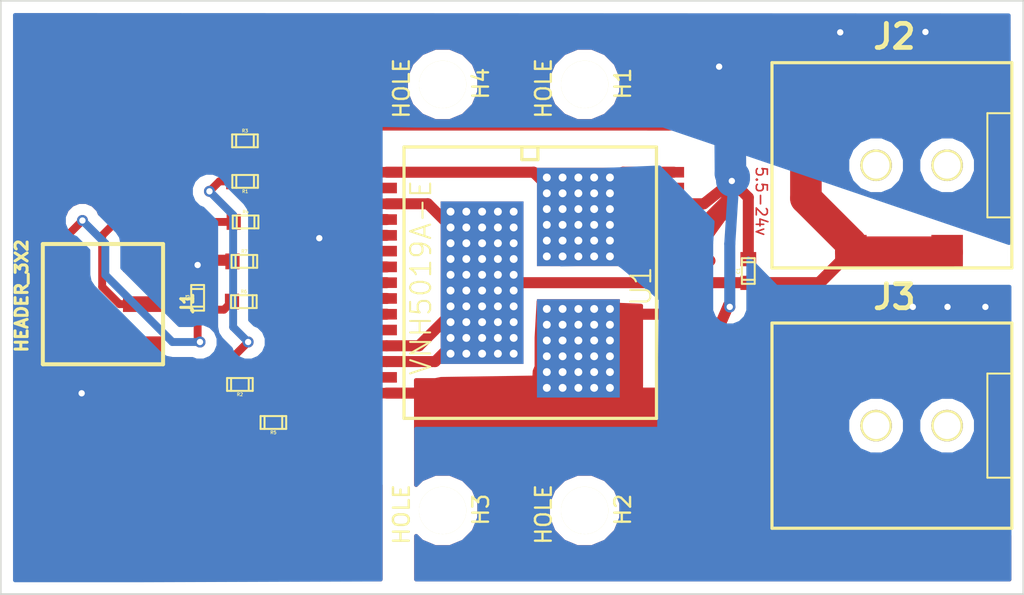
<source format=kicad_pcb>
(kicad_pcb (version 3) (host pcbnew "(2013-08-24 BZR 4298)-stable")

  (general
    (links 154)
    (no_connects 0)
    (area 105.949999 79.149999 170.850001 116.850001)
    (thickness 1.6)
    (drawings 7)
    (tracks 194)
    (zones 0)
    (modules 17)
    (nets 16)
  )

  (page A)
  (layers
    (15 F.Cu signal)
    (0 B.Cu signal)
    (16 B.Adhes user)
    (17 F.Adhes user)
    (18 B.Paste user)
    (19 F.Paste user)
    (20 B.SilkS user)
    (21 F.SilkS user)
    (22 B.Mask user)
    (23 F.Mask user)
    (24 Dwgs.User user)
    (25 Cmts.User user)
    (26 Eco1.User user)
    (27 Eco2.User user)
    (28 Edge.Cuts user)
  )

  (setup
    (last_trace_width 0.25)
    (user_trace_width 0.2)
    (user_trace_width 0.25)
    (user_trace_width 0.3)
    (user_trace_width 0.4)
    (user_trace_width 0.5)
    (user_trace_width 0.6)
    (user_trace_width 0.7)
    (user_trace_width 0.8)
    (user_trace_width 0.9)
    (user_trace_width 1)
    (user_trace_width 1.1)
    (user_trace_width 2)
    (trace_clearance 0.25)
    (zone_clearance 0.7)
    (zone_45_only no)
    (trace_min 0.1)
    (segment_width 0.2)
    (edge_width 0.1)
    (via_size 0.7)
    (via_drill 0.4)
    (via_min_size 0.7)
    (via_min_drill 0.4)
    (uvia_size 0.4)
    (uvia_drill 0.127)
    (uvias_allowed no)
    (uvia_min_size 0.4)
    (uvia_min_drill 0.127)
    (pcb_text_width 0.3)
    (pcb_text_size 1.5 1.5)
    (mod_edge_width 0.15)
    (mod_text_size 1 1)
    (mod_text_width 0.15)
    (pad_size 1.8 1.8)
    (pad_drill 1)
    (pad_to_mask_clearance 0)
    (aux_axis_origin 0 0)
    (visible_elements 7FFFFFFF)
    (pcbplotparams
      (layerselection 3178497)
      (usegerberextensions false)
      (excludeedgelayer true)
      (linewidth 0.150000)
      (plotframeref false)
      (viasonmask false)
      (mode 1)
      (useauxorigin false)
      (hpglpennumber 1)
      (hpglpenspeed 20)
      (hpglpendiameter 15)
      (hpglpenoverlay 2)
      (psnegative false)
      (psa4output false)
      (plotreference true)
      (plotvalue true)
      (plotothertext true)
      (plotinvisibletext false)
      (padsonsilk false)
      (subtractmaskfromsilk false)
      (outputformat 1)
      (mirror false)
      (drillshape 0)
      (scaleselection 1)
      (outputdirectory ""))
  )

  (net 0 "")
  (net 1 +2.8v)
  (net 2 CS)
  (net 3 GND)
  (net 4 IN_A)
  (net 5 IN_B)
  (net 6 Motor1OutA)
  (net 7 Motor1OutB)
  (net 8 N-0000010)
  (net 9 N-0000011)
  (net 10 N-0000016)
  (net 11 N-000006)
  (net 12 N-000007)
  (net 13 N-000008)
  (net 14 PWM)
  (net 15 Vin)

  (net_class Default "This is the default net class."
    (clearance 0.25)
    (trace_width 0.25)
    (via_dia 0.7)
    (via_drill 0.4)
    (uvia_dia 0.4)
    (uvia_drill 0.127)
    (add_net "")
    (add_net +2.8v)
    (add_net CS)
    (add_net GND)
    (add_net IN_A)
    (add_net IN_B)
    (add_net Motor1OutA)
    (add_net Motor1OutB)
    (add_net N-0000010)
    (add_net N-0000011)
    (add_net N-0000016)
    (add_net N-000006)
    (add_net N-000007)
    (add_net N-000008)
    (add_net PWM)
    (add_net Vin)
  )

  (module TED_Hole_3mm (layer F.Cu) (tedit 52802437) (tstamp 52D61DB1)
    (at 134 84.5 270)
    (path /52D61D15)
    (fp_text reference H4 (at -0.05 -2.425 270) (layer F.SilkS)
      (effects (font (size 1 1) (thickness 0.15)))
    )
    (fp_text value HOLE (at 0.25 2.6 270) (layer F.SilkS)
      (effects (font (size 1 1) (thickness 0.15)))
    )
    (pad "" np_thru_hole circle (at 0 0 270) (size 3 3) (drill 3)
      (layers *.Cu *.Mask F.SilkS)
    )
  )

  (module TED_Hole_3mm (layer F.Cu) (tedit 52802437) (tstamp 52D61DAC)
    (at 134 111.5 270)
    (path /52D61D1B)
    (fp_text reference H3 (at -0.05 -2.425 270) (layer F.SilkS)
      (effects (font (size 1 1) (thickness 0.15)))
    )
    (fp_text value HOLE (at 0.25 2.6 270) (layer F.SilkS)
      (effects (font (size 1 1) (thickness 0.15)))
    )
    (pad "" np_thru_hole circle (at 0 0 270) (size 3 3) (drill 3)
      (layers *.Cu *.Mask F.SilkS)
    )
  )

  (module TED_Hole_3mm (layer F.Cu) (tedit 52802437) (tstamp 52D61DA7)
    (at 143 111.5 270)
    (path /52D61D21)
    (fp_text reference H2 (at -0.05 -2.425 270) (layer F.SilkS)
      (effects (font (size 1 1) (thickness 0.15)))
    )
    (fp_text value HOLE (at 0.25 2.6 270) (layer F.SilkS)
      (effects (font (size 1 1) (thickness 0.15)))
    )
    (pad "" np_thru_hole circle (at 0 0 270) (size 3 3) (drill 3)
      (layers *.Cu *.Mask F.SilkS)
    )
  )

  (module TED_Hole_3mm (layer F.Cu) (tedit 52802437) (tstamp 52D61DA2)
    (at 143 84.5 270)
    (path /52D61D03)
    (fp_text reference H1 (at -0.05 -2.425 270) (layer F.SilkS)
      (effects (font (size 1 1) (thickness 0.15)))
    )
    (fp_text value HOLE (at 0.25 2.6 270) (layer F.SilkS)
      (effects (font (size 1 1) (thickness 0.15)))
    )
    (pad "" np_thru_hole circle (at 0 0 270) (size 3 3) (drill 3)
      (layers *.Cu *.Mask F.SilkS)
    )
  )

  (module TED_SM0603 (layer F.Cu) (tedit 527731CB) (tstamp 52D61CF1)
    (at 121.435 95.715)
    (descr "SMT capacitor, 0603")
    (path /5260A9FD)
    (fp_text reference R7 (at 0 -0.635) (layer F.SilkS)
      (effects (font (size 0.20066 0.20066) (thickness 0.04064)))
    )
    (fp_text value 1.5k (at 0 0.635) (layer F.SilkS) hide
      (effects (font (size 0.20066 0.20066) (thickness 0.04064)))
    )
    (fp_line (start 0.5588 0.4064) (end 0.5588 -0.4064) (layer F.SilkS) (width 0.127))
    (fp_line (start -0.5588 -0.381) (end -0.5588 0.4064) (layer F.SilkS) (width 0.127))
    (fp_line (start -0.8128 -0.4064) (end 0.8128 -0.4064) (layer F.SilkS) (width 0.127))
    (fp_line (start 0.8128 -0.4064) (end 0.8128 0.4064) (layer F.SilkS) (width 0.127))
    (fp_line (start 0.8128 0.4064) (end -0.8128 0.4064) (layer F.SilkS) (width 0.127))
    (fp_line (start -0.8128 0.4064) (end -0.8128 -0.4064) (layer F.SilkS) (width 0.127))
    (pad 2 smd rect (at 0.75184 0) (size 0.89916 1.00076)
      (layers F.Cu F.Paste F.Mask)
      (net 2 CS)
      (clearance 0.1)
    )
    (pad 1 smd rect (at -0.75184 0) (size 0.89916 1.00076)
      (layers F.Cu F.Paste F.Mask)
      (net 3 GND)
      (clearance 0.1)
    )
    (model smd/capacitors/c_0603.wrl
      (at (xyz 0 0 0))
      (scale (xyz 1 1 1))
      (rotate (xyz 0 0 0))
    )
  )

  (module TED_SM0603 (layer F.Cu) (tedit 527731CB) (tstamp 52D61CE6)
    (at 121.405 98.265)
    (descr "SMT capacitor, 0603")
    (path /5260A9F1)
    (fp_text reference R6 (at 0 -0.635) (layer F.SilkS)
      (effects (font (size 0.20066 0.20066) (thickness 0.04064)))
    )
    (fp_text value 10k (at 0 0.635) (layer F.SilkS) hide
      (effects (font (size 0.20066 0.20066) (thickness 0.04064)))
    )
    (fp_line (start 0.5588 0.4064) (end 0.5588 -0.4064) (layer F.SilkS) (width 0.127))
    (fp_line (start -0.5588 -0.381) (end -0.5588 0.4064) (layer F.SilkS) (width 0.127))
    (fp_line (start -0.8128 -0.4064) (end 0.8128 -0.4064) (layer F.SilkS) (width 0.127))
    (fp_line (start 0.8128 -0.4064) (end 0.8128 0.4064) (layer F.SilkS) (width 0.127))
    (fp_line (start 0.8128 0.4064) (end -0.8128 0.4064) (layer F.SilkS) (width 0.127))
    (fp_line (start -0.8128 0.4064) (end -0.8128 -0.4064) (layer F.SilkS) (width 0.127))
    (pad 2 smd rect (at 0.75184 0) (size 0.89916 1.00076)
      (layers F.Cu F.Paste F.Mask)
      (net 2 CS)
      (clearance 0.1)
    )
    (pad 1 smd rect (at -0.75184 0) (size 0.89916 1.00076)
      (layers F.Cu F.Paste F.Mask)
      (net 10 N-0000016)
      (clearance 0.1)
    )
    (model smd/capacitors/c_0603.wrl
      (at (xyz 0 0 0))
      (scale (xyz 1 1 1))
      (rotate (xyz 0 0 0))
    )
  )

  (module TED_SM0603 (layer F.Cu) (tedit 527731CB) (tstamp 52D61CDB)
    (at 123.275 105.925 180)
    (descr "SMT capacitor, 0603")
    (path /5260A77F)
    (fp_text reference R5 (at 0 -0.635 180) (layer F.SilkS)
      (effects (font (size 0.20066 0.20066) (thickness 0.04064)))
    )
    (fp_text value 1k (at 0 0.635 180) (layer F.SilkS) hide
      (effects (font (size 0.20066 0.20066) (thickness 0.04064)))
    )
    (fp_line (start 0.5588 0.4064) (end 0.5588 -0.4064) (layer F.SilkS) (width 0.127))
    (fp_line (start -0.5588 -0.381) (end -0.5588 0.4064) (layer F.SilkS) (width 0.127))
    (fp_line (start -0.8128 -0.4064) (end 0.8128 -0.4064) (layer F.SilkS) (width 0.127))
    (fp_line (start 0.8128 -0.4064) (end 0.8128 0.4064) (layer F.SilkS) (width 0.127))
    (fp_line (start 0.8128 0.4064) (end -0.8128 0.4064) (layer F.SilkS) (width 0.127))
    (fp_line (start -0.8128 0.4064) (end -0.8128 -0.4064) (layer F.SilkS) (width 0.127))
    (pad 2 smd rect (at 0.75184 0 180) (size 0.89916 1.00076)
      (layers F.Cu F.Paste F.Mask)
      (net 9 N-0000011)
      (clearance 0.1)
    )
    (pad 1 smd rect (at -0.75184 0 180) (size 0.89916 1.00076)
      (layers F.Cu F.Paste F.Mask)
      (net 5 IN_B)
      (clearance 0.1)
    )
    (model smd/capacitors/c_0603.wrl
      (at (xyz 0 0 0))
      (scale (xyz 1 1 1))
      (rotate (xyz 0 0 0))
    )
  )

  (module TED_SM0603 (layer F.Cu) (tedit 527731CB) (tstamp 52D61CD0)
    (at 121.515 93.215)
    (descr "SMT capacitor, 0603")
    (path /5260A785)
    (fp_text reference R4 (at 0 -0.635) (layer F.SilkS)
      (effects (font (size 0.20066 0.20066) (thickness 0.04064)))
    )
    (fp_text value 1k (at 0 0.635) (layer F.SilkS) hide
      (effects (font (size 0.20066 0.20066) (thickness 0.04064)))
    )
    (fp_line (start 0.5588 0.4064) (end 0.5588 -0.4064) (layer F.SilkS) (width 0.127))
    (fp_line (start -0.5588 -0.381) (end -0.5588 0.4064) (layer F.SilkS) (width 0.127))
    (fp_line (start -0.8128 -0.4064) (end 0.8128 -0.4064) (layer F.SilkS) (width 0.127))
    (fp_line (start 0.8128 -0.4064) (end 0.8128 0.4064) (layer F.SilkS) (width 0.127))
    (fp_line (start 0.8128 0.4064) (end -0.8128 0.4064) (layer F.SilkS) (width 0.127))
    (fp_line (start -0.8128 0.4064) (end -0.8128 -0.4064) (layer F.SilkS) (width 0.127))
    (pad 2 smd rect (at 0.75184 0) (size 0.89916 1.00076)
      (layers F.Cu F.Paste F.Mask)
      (net 14 PWM)
      (clearance 0.1)
    )
    (pad 1 smd rect (at -0.75184 0) (size 0.89916 1.00076)
      (layers F.Cu F.Paste F.Mask)
      (net 11 N-000006)
      (clearance 0.1)
    )
    (model smd/capacitors/c_0603.wrl
      (at (xyz 0 0 0))
      (scale (xyz 1 1 1))
      (rotate (xyz 0 0 0))
    )
  )

  (module TED_SM0603 (layer F.Cu) (tedit 527731CB) (tstamp 52D61CC5)
    (at 121.475 88.075)
    (descr "SMT capacitor, 0603")
    (path /5260A766)
    (fp_text reference R3 (at 0 -0.635) (layer F.SilkS)
      (effects (font (size 0.20066 0.20066) (thickness 0.04064)))
    )
    (fp_text value 1k (at 0 0.635) (layer F.SilkS) hide
      (effects (font (size 0.20066 0.20066) (thickness 0.04064)))
    )
    (fp_line (start 0.5588 0.4064) (end 0.5588 -0.4064) (layer F.SilkS) (width 0.127))
    (fp_line (start -0.5588 -0.381) (end -0.5588 0.4064) (layer F.SilkS) (width 0.127))
    (fp_line (start -0.8128 -0.4064) (end 0.8128 -0.4064) (layer F.SilkS) (width 0.127))
    (fp_line (start 0.8128 -0.4064) (end 0.8128 0.4064) (layer F.SilkS) (width 0.127))
    (fp_line (start 0.8128 0.4064) (end -0.8128 0.4064) (layer F.SilkS) (width 0.127))
    (fp_line (start -0.8128 0.4064) (end -0.8128 -0.4064) (layer F.SilkS) (width 0.127))
    (pad 2 smd rect (at 0.75184 0) (size 0.89916 1.00076)
      (layers F.Cu F.Paste F.Mask)
      (net 4 IN_A)
      (clearance 0.1)
    )
    (pad 1 smd rect (at -0.75184 0) (size 0.89916 1.00076)
      (layers F.Cu F.Paste F.Mask)
      (net 8 N-0000010)
      (clearance 0.1)
    )
    (model smd/capacitors/c_0603.wrl
      (at (xyz 0 0 0))
      (scale (xyz 1 1 1))
      (rotate (xyz 0 0 0))
    )
  )

  (module TED_SM0603 (layer F.Cu) (tedit 527731CB) (tstamp 52D61CBA)
    (at 121.155 103.515 180)
    (descr "SMT capacitor, 0603")
    (path /5260A8B1)
    (fp_text reference R2 (at 0 -0.635 180) (layer F.SilkS)
      (effects (font (size 0.20066 0.20066) (thickness 0.04064)))
    )
    (fp_text value 3.3k (at 0 0.635 180) (layer F.SilkS) hide
      (effects (font (size 0.20066 0.20066) (thickness 0.04064)))
    )
    (fp_line (start 0.5588 0.4064) (end 0.5588 -0.4064) (layer F.SilkS) (width 0.127))
    (fp_line (start -0.5588 -0.381) (end -0.5588 0.4064) (layer F.SilkS) (width 0.127))
    (fp_line (start -0.8128 -0.4064) (end 0.8128 -0.4064) (layer F.SilkS) (width 0.127))
    (fp_line (start 0.8128 -0.4064) (end 0.8128 0.4064) (layer F.SilkS) (width 0.127))
    (fp_line (start 0.8128 0.4064) (end -0.8128 0.4064) (layer F.SilkS) (width 0.127))
    (fp_line (start -0.8128 0.4064) (end -0.8128 -0.4064) (layer F.SilkS) (width 0.127))
    (pad 2 smd rect (at 0.75184 0 180) (size 0.89916 1.00076)
      (layers F.Cu F.Paste F.Mask)
      (net 1 +2.8v)
      (clearance 0.1)
    )
    (pad 1 smd rect (at -0.75184 0 180) (size 0.89916 1.00076)
      (layers F.Cu F.Paste F.Mask)
      (net 12 N-000007)
      (clearance 0.1)
    )
    (model smd/capacitors/c_0603.wrl
      (at (xyz 0 0 0))
      (scale (xyz 1 1 1))
      (rotate (xyz 0 0 0))
    )
  )

  (module TED_SM0603 (layer F.Cu) (tedit 527731CB) (tstamp 52D61CAF)
    (at 121.485 90.645 180)
    (descr "SMT capacitor, 0603")
    (path /5260A836)
    (fp_text reference R1 (at 0 -0.635 180) (layer F.SilkS)
      (effects (font (size 0.20066 0.20066) (thickness 0.04064)))
    )
    (fp_text value 3.3k (at 0 0.635 180) (layer F.SilkS) hide
      (effects (font (size 0.20066 0.20066) (thickness 0.04064)))
    )
    (fp_line (start 0.5588 0.4064) (end 0.5588 -0.4064) (layer F.SilkS) (width 0.127))
    (fp_line (start -0.5588 -0.381) (end -0.5588 0.4064) (layer F.SilkS) (width 0.127))
    (fp_line (start -0.8128 -0.4064) (end 0.8128 -0.4064) (layer F.SilkS) (width 0.127))
    (fp_line (start 0.8128 -0.4064) (end 0.8128 0.4064) (layer F.SilkS) (width 0.127))
    (fp_line (start 0.8128 0.4064) (end -0.8128 0.4064) (layer F.SilkS) (width 0.127))
    (fp_line (start -0.8128 0.4064) (end -0.8128 -0.4064) (layer F.SilkS) (width 0.127))
    (pad 2 smd rect (at 0.75184 0 180) (size 0.89916 1.00076)
      (layers F.Cu F.Paste F.Mask)
      (net 1 +2.8v)
      (clearance 0.1)
    )
    (pad 1 smd rect (at -0.75184 0 180) (size 0.89916 1.00076)
      (layers F.Cu F.Paste F.Mask)
      (net 13 N-000008)
      (clearance 0.1)
    )
    (model smd/capacitors/c_0603.wrl
      (at (xyz 0 0 0))
      (scale (xyz 1 1 1))
      (rotate (xyz 0 0 0))
    )
  )

  (module TED_SM0603 (layer F.Cu) (tedit 527731CB) (tstamp 52D61CA4)
    (at 118.475 98.025 90)
    (descr "SMT capacitor, 0603")
    (path /5260AA63)
    (fp_text reference C3 (at 0 -0.635 90) (layer F.SilkS)
      (effects (font (size 0.20066 0.20066) (thickness 0.04064)))
    )
    (fp_text value 33nF (at 0 0.635 90) (layer F.SilkS) hide
      (effects (font (size 0.20066 0.20066) (thickness 0.04064)))
    )
    (fp_line (start 0.5588 0.4064) (end 0.5588 -0.4064) (layer F.SilkS) (width 0.127))
    (fp_line (start -0.5588 -0.381) (end -0.5588 0.4064) (layer F.SilkS) (width 0.127))
    (fp_line (start -0.8128 -0.4064) (end 0.8128 -0.4064) (layer F.SilkS) (width 0.127))
    (fp_line (start 0.8128 -0.4064) (end 0.8128 0.4064) (layer F.SilkS) (width 0.127))
    (fp_line (start 0.8128 0.4064) (end -0.8128 0.4064) (layer F.SilkS) (width 0.127))
    (fp_line (start -0.8128 0.4064) (end -0.8128 -0.4064) (layer F.SilkS) (width 0.127))
    (pad 2 smd rect (at 0.75184 0 90) (size 0.89916 1.00076)
      (layers F.Cu F.Paste F.Mask)
      (net 3 GND)
      (clearance 0.1)
    )
    (pad 1 smd rect (at -0.75184 0 90) (size 0.89916 1.00076)
      (layers F.Cu F.Paste F.Mask)
      (net 10 N-0000016)
      (clearance 0.1)
    )
    (model smd/capacitors/c_0603.wrl
      (at (xyz 0 0 0))
      (scale (xyz 1 1 1))
      (rotate (xyz 0 0 0))
    )
  )

  (module TED_SM0603 (layer F.Cu) (tedit 527731CB) (tstamp 52D61C99)
    (at 153.375 96.325 90)
    (descr "SMT capacitor, 0603")
    (path /5260B0D0)
    (fp_text reference C1 (at 0 -0.635 90) (layer F.SilkS)
      (effects (font (size 0.20066 0.20066) (thickness 0.04064)))
    )
    (fp_text value ".1uF (50v)" (at 0 0.635 90) (layer F.SilkS) hide
      (effects (font (size 0.20066 0.20066) (thickness 0.04064)))
    )
    (fp_line (start 0.5588 0.4064) (end 0.5588 -0.4064) (layer F.SilkS) (width 0.127))
    (fp_line (start -0.5588 -0.381) (end -0.5588 0.4064) (layer F.SilkS) (width 0.127))
    (fp_line (start -0.8128 -0.4064) (end 0.8128 -0.4064) (layer F.SilkS) (width 0.127))
    (fp_line (start 0.8128 -0.4064) (end 0.8128 0.4064) (layer F.SilkS) (width 0.127))
    (fp_line (start 0.8128 0.4064) (end -0.8128 0.4064) (layer F.SilkS) (width 0.127))
    (fp_line (start -0.8128 0.4064) (end -0.8128 -0.4064) (layer F.SilkS) (width 0.127))
    (pad 2 smd rect (at 0.75184 0 90) (size 0.89916 1.00076)
      (layers F.Cu F.Paste F.Mask)
      (net 3 GND)
      (clearance 0.1)
    )
    (pad 1 smd rect (at -0.75184 0 90) (size 0.89916 1.00076)
      (layers F.Cu F.Paste F.Mask)
      (net 15 Vin)
      (clearance 0.1)
    )
    (model smd/capacitors/c_0603.wrl
      (at (xyz 0 0 0))
      (scale (xyz 1 1 1))
      (rotate (xyz 0 0 0))
    )
  )

  (module TED_DC_2.1mm_SMT (layer F.Cu) (tedit 52880F9F) (tstamp 52D617C3)
    (at 162.475 106.125)
    (path /52D6165C)
    (fp_text reference J3 (at 0.15748 -8.15848) (layer F.SilkS)
      (effects (font (thickness 0.3048)))
    )
    (fp_text value DC_2.1MM (at 0.1016 8.49884) (layer F.SilkS) hide
      (effects (font (thickness 0.3048)))
    )
    (fp_line (start 7.6 -3.3) (end 6.05 -3.3) (layer F.SilkS) (width 0.127))
    (fp_line (start 6.05 -3.3) (end 6.05 3.3) (layer F.SilkS) (width 0.127))
    (fp_line (start 6.05 3.3) (end 7.575 3.3) (layer F.SilkS) (width 0.127))
    (fp_line (start -7.59968 -6.5024) (end 7.59968 -6.5024) (layer F.SilkS) (width 0.20066))
    (fp_line (start 7.59968 -6.5024) (end 7.59968 6.5024) (layer F.SilkS) (width 0.20066))
    (fp_line (start 7.59968 6.5024) (end -7.59968 6.5024) (layer F.SilkS) (width 0.20066))
    (fp_line (start -7.59968 6.5024) (end -7.59968 -6.5024) (layer F.SilkS) (width 0.20066))
    (pad "" np_thru_hole circle (at -1.00076 0) (size 1.99898 1.99898) (drill 1.69926)
      (layers *.Cu *.Mask F.SilkS)
    )
    (pad 1 smd rect (at 3.50012 5.4102) (size 1.99898 1.99898)
      (layers F.Cu F.Paste F.Mask)
      (net 7 Motor1OutB)
    )
    (pad 1 smd rect (at -2.60096 5.4102) (size 1.99898 1.99898)
      (layers F.Cu F.Paste F.Mask)
      (net 7 Motor1OutB)
    )
    (pad 2 smd rect (at 3.50012 -5.41528) (size 1.99898 1.99898)
      (layers F.Cu F.Paste F.Mask)
      (net 6 Motor1OutA)
    )
    (pad 3 smd rect (at -2.60096 -5.41528) (size 1.99898 1.99898)
      (layers F.Cu F.Paste F.Mask)
    )
    (pad "" np_thru_hole circle (at 3.50012 0) (size 1.99898 1.99898) (drill 1.69926)
      (layers *.Cu *.Mask F.SilkS)
    )
  )

  (module TED_HEADER_3x2_SMT (layer F.Cu) (tedit 52D47E00) (tstamp 52D617B6)
    (at 112.475 98.425 90)
    (path /52D6167D)
    (fp_text reference J1 (at 0.05 5.35 90) (layer F.SilkS)
      (effects (font (size 0.762 0.762) (thickness 0.1905)))
    )
    (fp_text value HEADER_3X2 (at 0.525 -5.15 90) (layer F.SilkS)
      (effects (font (size 0.762 0.762) (thickness 0.1905)))
    )
    (fp_line (start 3.81 -3.81) (end -3.81 -3.81) (layer F.SilkS) (width 0.254))
    (fp_line (start 3.81 -3.81) (end 3.81 3.81) (layer F.SilkS) (width 0.254))
    (fp_line (start 3.81 3.81) (end -3.81 3.81) (layer F.SilkS) (width 0.254))
    (fp_line (start -3.81 3.81) (end -3.81 -3.81) (layer F.SilkS) (width 0.254))
    (pad 1 smd rect (at -2.54 2.54 90) (size 0.9906 2.54)
      (layers F.Cu F.Paste F.Mask)
      (net 1 +2.8v)
      (clearance 0.508)
    )
    (pad 2 smd rect (at 0 2.54 90) (size 0.9906 2.54)
      (layers F.Cu F.Paste F.Mask)
      (net 8 N-0000010)
      (clearance 0.508)
    )
    (pad 3 smd rect (at 2.54 2.54 90) (size 0.9906 2.54)
      (layers F.Cu F.Paste F.Mask)
      (net 11 N-000006)
      (clearance 0.508)
    )
    (pad 4 smd rect (at 2.54 -2.54 90) (size 0.9906 2.54)
      (layers F.Cu F.Paste F.Mask)
      (net 10 N-0000016)
      (clearance 0.508)
    )
    (pad 5 smd rect (at 0 -2.54 90) (size 0.9906 2.54)
      (layers F.Cu F.Paste F.Mask)
      (net 9 N-0000011)
      (clearance 0.508)
    )
    (pad 6 smd rect (at -2.54 -2.54 90) (size 0.9906 2.54)
      (layers F.Cu F.Paste F.Mask)
      (net 3 GND)
      (clearance 0.508)
    )
  )

  (module TED_DC_2.1mm_SMT (layer F.Cu) (tedit 52880F9F) (tstamp 529F5C02)
    (at 162.475 89.625)
    (path /52503907)
    (fp_text reference J2 (at 0.15748 -8.15848) (layer F.SilkS)
      (effects (font (thickness 0.3048)))
    )
    (fp_text value DC_2.1MM (at 0.1016 8.49884) (layer F.SilkS) hide
      (effects (font (thickness 0.3048)))
    )
    (fp_line (start 7.6 -3.3) (end 6.05 -3.3) (layer F.SilkS) (width 0.127))
    (fp_line (start 6.05 -3.3) (end 6.05 3.3) (layer F.SilkS) (width 0.127))
    (fp_line (start 6.05 3.3) (end 7.575 3.3) (layer F.SilkS) (width 0.127))
    (fp_line (start -7.59968 -6.5024) (end 7.59968 -6.5024) (layer F.SilkS) (width 0.20066))
    (fp_line (start 7.59968 -6.5024) (end 7.59968 6.5024) (layer F.SilkS) (width 0.20066))
    (fp_line (start 7.59968 6.5024) (end -7.59968 6.5024) (layer F.SilkS) (width 0.20066))
    (fp_line (start -7.59968 6.5024) (end -7.59968 -6.5024) (layer F.SilkS) (width 0.20066))
    (pad "" np_thru_hole circle (at -1.00076 0) (size 1.99898 1.99898) (drill 1.69926)
      (layers *.Cu *.Mask F.SilkS)
    )
    (pad 1 smd rect (at 3.50012 5.4102) (size 1.99898 1.99898)
      (layers F.Cu F.Paste F.Mask)
      (net 15 Vin)
    )
    (pad 1 smd rect (at -2.60096 5.4102) (size 1.99898 1.99898)
      (layers F.Cu F.Paste F.Mask)
      (net 15 Vin)
    )
    (pad 2 smd rect (at 3.50012 -5.41528) (size 1.99898 1.99898)
      (layers F.Cu F.Paste F.Mask)
      (net 3 GND)
    )
    (pad 3 smd rect (at -2.60096 -5.41528) (size 1.99898 1.99898)
      (layers F.Cu F.Paste F.Mask)
    )
    (pad "" np_thru_hole circle (at 3.50012 0) (size 1.99898 1.99898) (drill 1.69926)
      (layers *.Cu *.Mask F.SilkS)
    )
  )

  (module TED_MultiPowerSO-30 (layer F.Cu) (tedit 52730D14) (tstamp 5270836C)
    (at 139.555 97.065 270)
    (descr "Module CMS SOJ 16 pins tres large")
    (tags "CMS SOJ")
    (path /525F77E9)
    (attr smd)
    (fp_text reference U1 (at 0.225 -7.025 270) (layer F.SilkS)
      (effects (font (size 1.27 1.27) (thickness 0.127)))
    )
    (fp_text value VNH5019A-E (at -0.325 6.925 270) (layer F.SilkS)
      (effects (font (size 1.27 1.27) (thickness 0.127)))
    )
    (fp_line (start -8.6 8) (end -8.6 -8) (layer F.SilkS) (width 0.2032))
    (fp_line (start 8.6 -8) (end 8.6 8) (layer F.SilkS) (width 0.2032))
    (fp_line (start -8.6 -8) (end 8.6 -8) (layer F.SilkS) (width 0.2032))
    (fp_line (start 8.6 8) (end -8.6 8) (layer F.SilkS) (width 0.2032))
    (fp_line (start -8.561 -0.483) (end -7.799 -0.483) (layer F.SilkS) (width 0.2032))
    (fp_line (start -7.799 -0.483) (end -7.799 0.533) (layer F.SilkS) (width 0.2032))
    (fp_line (start -7.799 0.533) (end -8.561 0.533) (layer F.SilkS) (width 0.2032))
    (pad 22 smd rect (at 1 -9.1 270) (size 0.67 1.3)
      (layers F.Cu F.Paste F.Mask)
    )
    (pad 21 smd rect (at 2 -9.1 270) (size 0.67 1.3)
      (layers F.Cu F.Paste F.Mask)
      (net 7 Motor1OutB)
    )
    (pad 20 smd rect (at 3 -9.1 270) (size 0.67 1.3)
      (layers F.Cu F.Paste F.Mask)
      (net 3 GND)
    )
    (pad 19 smd rect (at 4 -9.1 270) (size 0.67 1.3)
      (layers F.Cu F.Paste F.Mask)
      (net 3 GND)
    )
    (pad 18 smd rect (at 5 -9.1 270) (size 0.67 1.3)
      (layers F.Cu F.Paste F.Mask)
      (net 3 GND)
    )
    (pad 17 smd rect (at 6 -9.1 270) (size 0.67 1.3)
      (layers F.Cu F.Paste F.Mask)
    )
    (pad 16 smd rect (at 7 -9.1 270) (size 0.67 1.3)
      (layers F.Cu F.Paste F.Mask)
      (net 7 Motor1OutB)
      (zone_connect 2)
    )
    (pad 15 smd rect (at 7 9.1 270) (size 0.67 1.3)
      (layers F.Cu F.Paste F.Mask)
      (net 7 Motor1OutB)
    )
    (pad 14 smd rect (at 6 9.1 270) (size 0.67 1.3)
      (layers F.Cu F.Paste F.Mask)
    )
    (pad 13 smd rect (at 5 9.1 270) (size 0.67 1.3)
      (layers F.Cu F.Paste F.Mask)
      (net 15 Vin)
    )
    (pad 12 smd rect (at 4 9.1 270) (size 0.67 1.3)
      (layers F.Cu F.Paste F.Mask)
      (net 15 Vin)
    )
    (pad 11 smd rect (at 3 9.1 270) (size 0.67 1.3)
      (layers F.Cu F.Paste F.Mask)
    )
    (pad 10 smd rect (at 2 9.1 270) (size 0.67 1.3)
      (layers F.Cu F.Paste F.Mask)
      (net 5 IN_B)
    )
    (pad 9 smd rect (at 1 9.1 270) (size 0.67 1.3)
      (layers F.Cu F.Paste F.Mask)
      (net 12 N-000007)
    )
    (pad 1 smd rect (at -7 9.1 270) (size 0.67 1.3)
      (layers F.Cu F.Paste F.Mask)
      (net 6 Motor1OutA)
    )
    (pad 2 smd rect (at -6 9.1 270) (size 0.67 1.3)
      (layers F.Cu F.Paste F.Mask)
    )
    (pad 3 smd rect (at -5 9.1 270) (size 0.67 1.3)
      (layers F.Cu F.Paste F.Mask)
      (net 15 Vin)
    )
    (pad 4 smd rect (at -4 9.1 270) (size 0.67 1.3)
      (layers F.Cu F.Paste F.Mask)
      (net 4 IN_A)
    )
    (pad 5 smd rect (at -3 9.1 270) (size 0.67 1.3)
      (layers F.Cu F.Paste F.Mask)
      (net 13 N-000008)
    )
    (pad 6 smd rect (at -2 9.1 270) (size 0.67 1.3)
      (layers F.Cu F.Paste F.Mask)
      (net 3 GND)
    )
    (pad 7 smd rect (at -1 9.1 270) (size 0.67 1.3)
      (layers F.Cu F.Paste F.Mask)
      (net 14 PWM)
    )
    (pad 8 smd rect (at 0 9.1 270) (size 0.67 1.3)
      (layers F.Cu F.Paste F.Mask)
      (net 2 CS)
    )
    (pad 23 smd rect (at 0 -9.1 270) (size 0.67 1.3)
      (layers F.Cu F.Paste F.Mask)
      (net 15 Vin)
    )
    (pad 24 smd rect (at -1 -9.1 270) (size 0.67 1.3)
      (layers F.Cu F.Paste F.Mask)
    )
    (pad 25 smd rect (at -2 -9.1 270) (size 0.67 1.3)
      (layers F.Cu F.Paste F.Mask)
      (net 6 Motor1OutA)
    )
    (pad 26 smd rect (at -3 -9.1 270) (size 0.67 1.3)
      (layers F.Cu F.Paste F.Mask)
      (net 3 GND)
    )
    (pad 27 smd rect (at -4 -9.1 270) (size 0.67 1.3)
      (layers F.Cu F.Paste F.Mask)
      (net 3 GND)
    )
    (pad 28 smd rect (at -5 -9.1 270) (size 0.67 1.3)
      (layers F.Cu F.Paste F.Mask)
      (net 3 GND)
    )
    (pad 29 smd rect (at -6 -9.1 270) (size 0.67 1.3)
      (layers F.Cu F.Paste F.Mask)
    )
    (pad 30 smd rect (at -7 -9.1 270) (size 0.67 1.3)
      (layers F.Cu F.Paste F.Mask)
      (net 6 Motor1OutA)
    )
    (pad 33 smd rect (at -4.165 -3.05 270) (size 6.23 5.25)
      (layers F.Cu F.Paste F.Mask)
      (net 6 Motor1OutA)
      (zone_connect 2)
    )
    (pad 32 smd rect (at 4.165 -3.05 270) (size 6.23 5.25)
      (layers F.Cu F.Paste F.Mask)
      (net 7 Motor1OutB)
      (zone_connect 2)
    )
    (pad 31 smd rect (at 0 3.05 270) (size 10.3 5.25)
      (layers F.Cu F.Paste F.Mask)
      (net 15 Vin)
      (zone_connect 2)
    )
    (pad 33 thru_hole circle (at -6.665 -5.05 270) (size 0.5 0.5) (drill 0.5)
      (layers *.Cu)
      (net 6 Motor1OutA)
      (zone_connect 2)
    )
    (pad 33 thru_hole circle (at -5.665 -5.05 270) (size 0.5 0.5) (drill 0.5)
      (layers *.Cu)
      (net 6 Motor1OutA)
      (zone_connect 2)
    )
    (pad 33 thru_hole circle (at -4.665 -5.05 270) (size 0.5 0.5) (drill 0.5)
      (layers *.Cu)
      (net 6 Motor1OutA)
      (zone_connect 2)
    )
    (pad 33 thru_hole circle (at -3.665 -5.05 270) (size 0.5 0.5) (drill 0.5)
      (layers *.Cu)
      (net 6 Motor1OutA)
      (zone_connect 2)
    )
    (pad 33 thru_hole circle (at -2.665 -5.05 270) (size 0.5 0.5) (drill 0.5)
      (layers *.Cu)
      (net 6 Motor1OutA)
      (zone_connect 2)
    )
    (pad 33 thru_hole circle (at -1.665 -5.05 270) (size 0.5 0.5) (drill 0.5)
      (layers *.Cu)
      (net 6 Motor1OutA)
      (zone_connect 2)
    )
    (pad 32 thru_hole circle (at 6.665 -5.05 270) (size 0.5 0.5) (drill 0.5)
      (layers *.Cu)
      (net 7 Motor1OutB)
      (zone_connect 2)
    )
    (pad 32 thru_hole circle (at 5.665 -5.05 270) (size 0.5 0.5) (drill 0.5)
      (layers *.Cu)
      (net 7 Motor1OutB)
      (zone_connect 2)
    )
    (pad 32 thru_hole circle (at 4.665 -5.05 270) (size 0.5 0.5) (drill 0.5)
      (layers *.Cu)
      (net 7 Motor1OutB)
      (zone_connect 2)
    )
    (pad 32 thru_hole circle (at 3.665 -5.05 270) (size 0.5 0.5) (drill 0.5)
      (layers *.Cu)
      (net 7 Motor1OutB)
      (zone_connect 2)
    )
    (pad 32 thru_hole circle (at 2.665 -5.05 270) (size 0.5 0.5) (drill 0.5)
      (layers *.Cu)
      (net 7 Motor1OutB)
      (zone_connect 2)
    )
    (pad 32 thru_hole circle (at 1.665 -5.05 270) (size 0.5 0.5) (drill 0.5)
      (layers *.Cu)
      (net 7 Motor1OutB)
      (zone_connect 2)
    )
    (pad 32 thru_hole circle (at 6.665 -4.05 270) (size 0.5 0.5) (drill 0.5)
      (layers *.Cu)
      (net 7 Motor1OutB)
      (zone_connect 2)
    )
    (pad 32 thru_hole circle (at 5.665 -4.05 270) (size 0.5 0.5) (drill 0.5)
      (layers *.Cu)
      (net 7 Motor1OutB)
      (zone_connect 2)
    )
    (pad 32 thru_hole circle (at 4.665 -4.05 270) (size 0.5 0.5) (drill 0.5)
      (layers *.Cu)
      (net 7 Motor1OutB)
      (zone_connect 2)
    )
    (pad 32 thru_hole circle (at 3.665 -4.05 270) (size 0.5 0.5) (drill 0.5)
      (layers *.Cu)
      (net 7 Motor1OutB)
      (zone_connect 2)
    )
    (pad 32 thru_hole circle (at 2.665 -4.05 270) (size 0.5 0.5) (drill 0.5)
      (layers *.Cu)
      (net 7 Motor1OutB)
      (zone_connect 2)
    )
    (pad 32 thru_hole circle (at 1.665 -4.05 270) (size 0.5 0.5) (drill 0.5)
      (layers *.Cu)
      (net 7 Motor1OutB)
      (zone_connect 2)
    )
    (pad 33 thru_hole circle (at -1.665 -4.05 270) (size 0.5 0.5) (drill 0.5)
      (layers *.Cu)
      (net 6 Motor1OutA)
      (zone_connect 2)
    )
    (pad 33 thru_hole circle (at -2.665 -4.05 270) (size 0.5 0.5) (drill 0.5)
      (layers *.Cu)
      (net 6 Motor1OutA)
      (zone_connect 2)
    )
    (pad 33 thru_hole circle (at -3.665 -4.05 270) (size 0.5 0.5) (drill 0.5)
      (layers *.Cu)
      (net 6 Motor1OutA)
      (zone_connect 2)
    )
    (pad 33 thru_hole circle (at -4.665 -4.05 270) (size 0.5 0.5) (drill 0.5)
      (layers *.Cu)
      (net 6 Motor1OutA)
      (zone_connect 2)
    )
    (pad 33 thru_hole circle (at -5.665 -4.05 270) (size 0.5 0.5) (drill 0.5)
      (layers *.Cu)
      (net 6 Motor1OutA)
      (zone_connect 2)
    )
    (pad 33 thru_hole circle (at -6.665 -4.05 270) (size 0.5 0.5) (drill 0.5)
      (layers *.Cu)
      (net 6 Motor1OutA)
      (zone_connect 2)
    )
    (pad 32 thru_hole circle (at 1.665 -3.05 270) (size 0.5 0.5) (drill 0.5)
      (layers *.Cu)
      (net 7 Motor1OutB)
      (zone_connect 2)
    )
    (pad 32 thru_hole circle (at 2.665 -3.05 270) (size 0.5 0.5) (drill 0.5)
      (layers *.Cu)
      (net 7 Motor1OutB)
      (zone_connect 2)
    )
    (pad 32 thru_hole circle (at 3.665 -3.05 270) (size 0.5 0.5) (drill 0.5)
      (layers *.Cu)
      (net 7 Motor1OutB)
      (zone_connect 2)
    )
    (pad 32 thru_hole circle (at 4.665 -3.05 270) (size 0.5 0.5) (drill 0.5)
      (layers *.Cu)
      (net 7 Motor1OutB)
      (zone_connect 2)
    )
    (pad 32 thru_hole circle (at 5.665 -3.05 270) (size 0.5 0.5) (drill 0.5)
      (layers *.Cu)
      (net 7 Motor1OutB)
      (zone_connect 2)
    )
    (pad 32 thru_hole circle (at 6.665 -3.05 270) (size 0.5 0.5) (drill 0.5)
      (layers *.Cu)
      (net 7 Motor1OutB)
      (zone_connect 2)
    )
    (pad 33 thru_hole circle (at -1.665 -3.05 270) (size 0.5 0.5) (drill 0.5)
      (layers *.Cu)
      (net 6 Motor1OutA)
      (zone_connect 2)
    )
    (pad 33 thru_hole circle (at -2.665 -3.05 270) (size 0.5 0.5) (drill 0.5)
      (layers *.Cu)
      (net 6 Motor1OutA)
      (zone_connect 2)
    )
    (pad 33 thru_hole circle (at -3.665 -3.05 270) (size 0.5 0.5) (drill 0.5)
      (layers *.Cu)
      (net 6 Motor1OutA)
      (zone_connect 2)
    )
    (pad 33 thru_hole circle (at -4.665 -3.05 270) (size 0.5 0.5) (drill 0.5)
      (layers *.Cu)
      (net 6 Motor1OutA)
      (zone_connect 2)
    )
    (pad 33 thru_hole circle (at -5.665 -3.05 270) (size 0.5 0.5) (drill 0.5)
      (layers *.Cu)
      (net 6 Motor1OutA)
      (zone_connect 2)
    )
    (pad 33 thru_hole circle (at -6.665 -3.05 270) (size 0.5 0.5) (drill 0.5)
      (layers *.Cu)
      (net 6 Motor1OutA)
      (zone_connect 2)
    )
    (pad 33 thru_hole circle (at -6.665 -2.05 270) (size 0.5 0.5) (drill 0.5)
      (layers *.Cu)
      (net 6 Motor1OutA)
      (zone_connect 2)
    )
    (pad 33 thru_hole circle (at -5.665 -2.05 270) (size 0.5 0.5) (drill 0.5)
      (layers *.Cu)
      (net 6 Motor1OutA)
      (zone_connect 2)
    )
    (pad 33 thru_hole circle (at -4.665 -2.05 270) (size 0.5 0.5) (drill 0.5)
      (layers *.Cu)
      (net 6 Motor1OutA)
      (zone_connect 2)
    )
    (pad 33 thru_hole circle (at -3.665 -2.05 270) (size 0.5 0.5) (drill 0.5)
      (layers *.Cu)
      (net 6 Motor1OutA)
      (zone_connect 2)
    )
    (pad 33 thru_hole circle (at -2.665 -2.05 270) (size 0.5 0.5) (drill 0.5)
      (layers *.Cu)
      (net 6 Motor1OutA)
      (zone_connect 2)
    )
    (pad 33 thru_hole circle (at -1.665 -2.05 270) (size 0.5 0.5) (drill 0.5)
      (layers *.Cu)
      (net 6 Motor1OutA)
      (zone_connect 2)
    )
    (pad 32 thru_hole circle (at 1.665 -2.05 270) (size 0.5 0.5) (drill 0.5)
      (layers *.Cu)
      (net 7 Motor1OutB)
      (zone_connect 2)
    )
    (pad 32 thru_hole circle (at 2.665 -2.05 270) (size 0.5 0.5) (drill 0.5)
      (layers *.Cu)
      (net 7 Motor1OutB)
      (zone_connect 2)
    )
    (pad 32 thru_hole circle (at 3.665 -2.05 270) (size 0.5 0.5) (drill 0.5)
      (layers *.Cu)
      (net 7 Motor1OutB)
      (zone_connect 2)
    )
    (pad 32 thru_hole circle (at 4.665 -2.05 270) (size 0.5 0.5) (drill 0.5)
      (layers *.Cu)
      (net 7 Motor1OutB)
      (zone_connect 2)
    )
    (pad 32 thru_hole circle (at 5.665 -2.05 270) (size 0.5 0.5) (drill 0.5)
      (layers *.Cu)
      (net 7 Motor1OutB)
      (zone_connect 2)
    )
    (pad 32 thru_hole circle (at 6.665 -2.05 270) (size 0.5 0.5) (drill 0.5)
      (layers *.Cu)
      (net 7 Motor1OutB)
      (zone_connect 2)
    )
    (pad 33 thru_hole circle (at -6.665 -1.05 270) (size 0.5 0.5) (drill 0.5)
      (layers *.Cu)
      (net 6 Motor1OutA)
      (zone_connect 2)
    )
    (pad 33 thru_hole circle (at -5.665 -1.05 270) (size 0.5 0.5) (drill 0.5)
      (layers *.Cu)
      (net 6 Motor1OutA)
      (zone_connect 2)
    )
    (pad 33 thru_hole circle (at -4.665 -1.05 270) (size 0.5 0.5) (drill 0.5)
      (layers *.Cu)
      (net 6 Motor1OutA)
      (zone_connect 2)
    )
    (pad 33 thru_hole circle (at -3.665 -1.05 270) (size 0.5 0.5) (drill 0.5)
      (layers *.Cu)
      (net 6 Motor1OutA)
      (zone_connect 2)
    )
    (pad 33 thru_hole circle (at -2.665 -1.05 270) (size 0.5 0.5) (drill 0.5)
      (layers *.Cu)
      (net 6 Motor1OutA)
      (zone_connect 2)
    )
    (pad 33 thru_hole circle (at -1.665 -1.05 270) (size 0.5 0.5) (drill 0.5)
      (layers *.Cu)
      (net 6 Motor1OutA)
      (zone_connect 2)
    )
    (pad 32 thru_hole circle (at 1.665 -1.05 270) (size 0.5 0.5) (drill 0.5)
      (layers *.Cu)
      (net 7 Motor1OutB)
      (zone_connect 2)
    )
    (pad 32 thru_hole circle (at 2.665 -1.05 270) (size 0.5 0.5) (drill 0.5)
      (layers *.Cu)
      (net 7 Motor1OutB)
      (zone_connect 2)
    )
    (pad 32 thru_hole circle (at 3.665 -1.05 270) (size 0.5 0.5) (drill 0.5)
      (layers *.Cu)
      (net 7 Motor1OutB)
      (zone_connect 2)
    )
    (pad 32 thru_hole circle (at 4.665 -1.05 270) (size 0.5 0.5) (drill 0.5)
      (layers *.Cu)
      (net 7 Motor1OutB)
      (zone_connect 2)
    )
    (pad 32 thru_hole circle (at 5.665 -1.05 270) (size 0.5 0.5) (drill 0.5)
      (layers *.Cu)
      (net 7 Motor1OutB)
      (zone_connect 2)
    )
    (pad 32 thru_hole circle (at 6.665 -1.05 270) (size 0.5 0.5) (drill 0.5)
      (layers *.Cu)
      (net 7 Motor1OutB)
      (zone_connect 2)
    )
    (pad 31 thru_hole circle (at 1.5 1.05 270) (size 0.5 0.5) (drill 0.5)
      (layers *.Cu)
      (net 15 Vin)
      (zone_connect 2)
    )
    (pad 31 thru_hole circle (at 2.5 1.05 270) (size 0.5 0.5) (drill 0.5)
      (layers *.Cu)
      (net 15 Vin)
      (zone_connect 2)
    )
    (pad 31 thru_hole circle (at 3.5 1.05 270) (size 0.5 0.5) (drill 0.5)
      (layers *.Cu)
      (net 15 Vin)
      (zone_connect 2)
    )
    (pad 31 thru_hole circle (at 4.5 1.05 270) (size 0.5 0.5) (drill 0.5)
      (layers *.Cu)
      (net 15 Vin)
      (zone_connect 2)
    )
    (pad 31 thru_hole circle (at 4.5 2.05 270) (size 0.5 0.5) (drill 0.5)
      (layers *.Cu)
      (net 15 Vin)
      (zone_connect 2)
    )
    (pad 31 thru_hole circle (at 3.5 2.05 270) (size 0.5 0.5) (drill 0.5)
      (layers *.Cu)
      (net 15 Vin)
      (zone_connect 2)
    )
    (pad 31 thru_hole circle (at 2.5 2.05 270) (size 0.5 0.5) (drill 0.5)
      (layers *.Cu)
      (net 15 Vin)
      (zone_connect 2)
    )
    (pad 31 thru_hole circle (at 1.5 2.05 270) (size 0.5 0.5) (drill 0.5)
      (layers *.Cu)
      (net 15 Vin)
      (zone_connect 2)
    )
    (pad 31 thru_hole circle (at 4.5 3.05 270) (size 0.5 0.5) (drill 0.5)
      (layers *.Cu)
      (net 15 Vin)
      (zone_connect 2)
    )
    (pad 31 thru_hole circle (at 3.5 3.05 270) (size 0.5 0.5) (drill 0.5)
      (layers *.Cu)
      (net 15 Vin)
      (zone_connect 2)
    )
    (pad 31 thru_hole circle (at 2.5 3.05 270) (size 0.5 0.5) (drill 0.5)
      (layers *.Cu)
      (net 15 Vin)
      (zone_connect 2)
    )
    (pad 31 thru_hole circle (at 1.5 3.05 270) (size 0.5 0.5) (drill 0.5)
      (layers *.Cu)
      (net 15 Vin)
      (zone_connect 2)
    )
    (pad 31 thru_hole circle (at 1.5 4.05 270) (size 0.5 0.5) (drill 0.5)
      (layers *.Cu)
      (net 15 Vin)
      (zone_connect 2)
    )
    (pad 31 thru_hole circle (at 2.5 4.05 270) (size 0.5 0.5) (drill 0.5)
      (layers *.Cu)
      (net 15 Vin)
      (zone_connect 2)
    )
    (pad 31 thru_hole circle (at 3.5 4.05 270) (size 0.5 0.5) (drill 0.5)
      (layers *.Cu)
      (net 15 Vin)
      (zone_connect 2)
    )
    (pad 31 thru_hole circle (at 4.5 4.05 270) (size 0.5 0.5) (drill 0.5)
      (layers *.Cu)
      (net 15 Vin)
      (zone_connect 2)
    )
    (pad 31 thru_hole circle (at 1.5 5.05 270) (size 0.5 0.5) (drill 0.5)
      (layers *.Cu)
      (net 15 Vin)
      (zone_connect 2)
    )
    (pad 31 thru_hole circle (at 2.5 5.05 270) (size 0.5 0.5) (drill 0.5)
      (layers *.Cu)
      (net 15 Vin)
      (zone_connect 2)
    )
    (pad 31 thru_hole circle (at 3.5 5.05 270) (size 0.5 0.5) (drill 0.5)
      (layers *.Cu)
      (net 15 Vin)
      (zone_connect 2)
    )
    (pad 31 thru_hole circle (at 4.5 5.05 270) (size 0.5 0.5) (drill 0.5)
      (layers *.Cu)
      (net 15 Vin)
      (zone_connect 2)
    )
    (pad 31 thru_hole circle (at 0.5 5.05 270) (size 0.5 0.5) (drill 0.5)
      (layers *.Cu)
      (net 15 Vin)
      (zone_connect 2)
    )
    (pad 31 thru_hole circle (at -0.5 5.05 270) (size 0.5 0.5) (drill 0.5)
      (layers *.Cu)
      (net 15 Vin)
      (zone_connect 2)
    )
    (pad 31 thru_hole circle (at -1.5 5.05 270) (size 0.5 0.5) (drill 0.5)
      (layers *.Cu)
      (net 15 Vin)
      (zone_connect 2)
    )
    (pad 31 thru_hole circle (at -2.5 5.05 270) (size 0.5 0.5) (drill 0.5)
      (layers *.Cu)
      (net 15 Vin)
      (zone_connect 2)
    )
    (pad 31 thru_hole circle (at -3.5 5.05 270) (size 0.5 0.5) (drill 0.5)
      (layers *.Cu)
      (net 15 Vin)
      (zone_connect 2)
    )
    (pad 31 thru_hole circle (at -4.5 5.05 270) (size 0.5 0.5) (drill 0.5)
      (layers *.Cu)
      (net 15 Vin)
      (zone_connect 2)
    )
    (pad 31 thru_hole circle (at 0.5 4.05 270) (size 0.5 0.5) (drill 0.5)
      (layers *.Cu)
      (net 15 Vin)
      (zone_connect 2)
    )
    (pad 31 thru_hole circle (at -0.5 4.05 270) (size 0.5 0.5) (drill 0.5)
      (layers *.Cu)
      (net 15 Vin)
      (zone_connect 2)
    )
    (pad 31 thru_hole circle (at -1.5 4.05 270) (size 0.5 0.5) (drill 0.5)
      (layers *.Cu)
      (net 15 Vin)
      (zone_connect 2)
    )
    (pad 31 thru_hole circle (at -2.5 4.05 270) (size 0.5 0.5) (drill 0.5)
      (layers *.Cu)
      (net 15 Vin)
      (zone_connect 2)
    )
    (pad 31 thru_hole circle (at -3.5 4.05 270) (size 0.5 0.5) (drill 0.5)
      (layers *.Cu)
      (net 15 Vin)
      (zone_connect 2)
    )
    (pad 31 thru_hole circle (at -4.5 4.05 270) (size 0.5 0.5) (drill 0.5)
      (layers *.Cu)
      (net 15 Vin)
      (zone_connect 2)
    )
    (pad 31 thru_hole circle (at -4.5 3.05 270) (size 0.5 0.5) (drill 0.5)
      (layers *.Cu)
      (net 15 Vin)
      (zone_connect 2)
    )
    (pad 31 thru_hole circle (at -3.5 3.05 270) (size 0.5 0.5) (drill 0.5)
      (layers *.Cu)
      (net 15 Vin)
      (zone_connect 2)
    )
    (pad 31 thru_hole circle (at -2.5 3.05 270) (size 0.5 0.5) (drill 0.5)
      (layers *.Cu)
      (net 15 Vin)
      (zone_connect 2)
    )
    (pad 31 thru_hole circle (at -1.5 3.05 270) (size 0.5 0.5) (drill 0.5)
      (layers *.Cu)
      (net 15 Vin)
      (zone_connect 2)
    )
    (pad 31 thru_hole circle (at -0.5 3.05 270) (size 0.5 0.5) (drill 0.5)
      (layers *.Cu)
      (net 15 Vin)
      (zone_connect 2)
    )
    (pad 31 thru_hole circle (at 0.5 3.05 270) (size 0.5 0.5) (drill 0.5)
      (layers *.Cu)
      (net 15 Vin)
      (zone_connect 2)
    )
    (pad 31 thru_hole circle (at -4.5 2.05 270) (size 0.5 0.5) (drill 0.5)
      (layers *.Cu)
      (net 15 Vin)
      (zone_connect 2)
    )
    (pad 31 thru_hole circle (at -3.5 2.05 270) (size 0.5 0.5) (drill 0.5)
      (layers *.Cu)
      (net 15 Vin)
      (zone_connect 2)
    )
    (pad 31 thru_hole circle (at -2.5 2.05 270) (size 0.5 0.5) (drill 0.5)
      (layers *.Cu)
      (net 15 Vin)
      (zone_connect 2)
    )
    (pad 31 thru_hole circle (at -1.5 2.05 270) (size 0.5 0.5) (drill 0.5)
      (layers *.Cu)
      (net 15 Vin)
      (zone_connect 2)
    )
    (pad 31 thru_hole circle (at -0.5 2.05 270) (size 0.5 0.5) (drill 0.5)
      (layers *.Cu)
      (net 15 Vin)
      (zone_connect 2)
    )
    (pad 31 thru_hole circle (at 0.5 2.05 270) (size 0.5 0.5) (drill 0.5)
      (layers *.Cu)
      (net 15 Vin)
      (zone_connect 2)
    )
    (pad 31 thru_hole circle (at 0.5 1.05 270) (size 0.5 0.5) (drill 0.5)
      (layers *.Cu)
      (net 15 Vin)
      (zone_connect 2)
    )
    (pad 31 thru_hole circle (at -0.5 1.05 270) (size 0.5 0.5) (drill 0.5)
      (layers *.Cu)
      (net 15 Vin)
      (zone_connect 2)
    )
    (pad 31 thru_hole circle (at -1.5 1.05 270) (size 0.5 0.5) (drill 0.5)
      (layers *.Cu)
      (net 15 Vin)
      (zone_connect 2)
    )
    (pad 31 thru_hole circle (at -2.5 1.05 270) (size 0.5 0.5) (drill 0.5)
      (layers *.Cu)
      (net 15 Vin)
      (zone_connect 2)
    )
    (pad 31 thru_hole circle (at -3.5 1.05 270) (size 0.5 0.5) (drill 0.5)
      (layers *.Cu)
      (net 15 Vin)
      (zone_connect 2)
    )
    (pad 31 thru_hole circle (at -4.5 1.05 270) (size 0.5 0.5) (drill 0.5)
      (layers *.Cu)
      (net 15 Vin)
      (zone_connect 2)
    )
    (pad 33 smd rect (at -4.165 -3.05 270) (size 6.23 5.25)
      (layers B.Cu F.Paste F.Mask)
      (net 6 Motor1OutA)
      (zone_connect 2)
    )
    (pad 32 smd rect (at 4.165 -3.05 270) (size 6.23 5.25)
      (layers B.Cu F.Paste F.Mask)
      (net 7 Motor1OutB)
      (zone_connect 2)
    )
    (pad 31 smd rect (at 0 3.05 270) (size 10.3 5.25)
      (layers B.Cu F.Paste F.Mask)
      (net 15 Vin)
      (zone_connect 2)
    )
    (model smd/cms_so16.wrl
      (at (xyz 0 0 0))
      (scale (xyz 0.5 0.6 0.5))
      (rotate (xyz 0 0 0))
    )
  )

  (gr_line (start 106 116.8) (end 106 79.2) (angle 90) (layer Edge.Cuts) (width 0.1))
  (gr_line (start 170.8 116.8) (end 106 116.8) (angle 90) (layer Edge.Cuts) (width 0.1))
  (gr_line (start 170.8 79.2) (end 170.8 116.8) (angle 90) (layer Edge.Cuts) (width 0.1))
  (gr_line (start 106 79.2) (end 170.8 79.2) (angle 90) (layer Edge.Cuts) (width 0.1))
  (gr_text "VNH5019A_IDC_rev1 05/16/14" (at 118.2 82.85) (layer F.Cu)
    (effects (font (size 0.8 0.8) (thickness 0.175)))
  )
  (gr_text Motor (at 154.05 101.75 270) (layer F.Cu)
    (effects (font (size 1 1) (thickness 0.125)))
  )
  (gr_text 5.5-24v (at 154.2 91.9 270) (layer F.Cu)
    (effects (font (size 0.7 0.7) (thickness 0.1)))
  )

  (segment (start 117.55 102.25) (end 117.65 102.25) (width 0.5) (layer F.Cu) (net 0))
  (segment (start 120.73316 90.645) (end 119.855 90.645) (width 0.5) (layer F.Cu) (net 1))
  (segment (start 120.475 103.44316) (end 120.40316 103.515) (width 0.5) (layer F.Cu) (net 1) (tstamp 53769575))
  (segment (start 120.475 102.025) (end 120.475 103.44316) (width 0.5) (layer F.Cu) (net 1) (tstamp 53769574))
  (segment (start 121.675 100.825) (end 120.475 102.025) (width 0.5) (layer F.Cu) (net 1) (tstamp 53769573))
  (via (at 121.675 100.825) (size 0.7) (layers F.Cu B.Cu) (net 1))
  (segment (start 120.725 99.875) (end 121.675 100.825) (width 0.5) (layer B.Cu) (net 1) (tstamp 53769570))
  (segment (start 120.725 92.775) (end 120.725 99.875) (width 0.5) (layer B.Cu) (net 1) (tstamp 5376956F))
  (segment (start 119.225 91.275) (end 120.725 92.775) (width 0.5) (layer B.Cu) (net 1) (tstamp 5376956E))
  (via (at 119.225 91.275) (size 0.7) (layers F.Cu B.Cu) (net 1))
  (segment (start 119.855 90.645) (end 119.225 91.275) (width 0.5) (layer F.Cu) (net 1) (tstamp 53769562))
  (segment (start 115.015 100.965) (end 115.015 101.065) (width 0.5) (layer F.Cu) (net 1))
  (segment (start 117.465 103.515) (end 120.40316 103.515) (width 0.5) (layer F.Cu) (net 1) (tstamp 537693F6))
  (segment (start 115.015 101.065) (end 117.465 103.515) (width 0.5) (layer F.Cu) (net 1) (tstamp 537693F4))
  (segment (start 122.3575 98.295) (end 123.655 98.295) (width 0.7) (layer F.Cu) (net 2))
  (segment (start 123.655 98.295) (end 124.885 97.065) (width 0.7) (layer F.Cu) (net 2) (tstamp 5270A4A1))
  (segment (start 123.465 95.645) (end 122.3975 95.645) (width 0.7) (layer F.Cu) (net 2) (tstamp 5270A49F))
  (segment (start 124.885 97.065) (end 123.465 95.645) (width 0.7) (layer F.Cu) (net 2) (tstamp 5270A49E))
  (segment (start 130.455 97.065) (end 124.885 97.065) (width 0.7) (layer F.Cu) (net 2))
  (via (at 159.2 81.2) (size 0.7) (layers F.Cu B.Cu) (net 3))
  (segment (start 159.2 81.2) (end 159.2 81.175) (width 0.5) (layer F.Cu) (net 3) (tstamp 537698C6))
  (via (at 164.6 81.175) (size 0.7) (layers F.Cu B.Cu) (net 3))
  (segment (start 164.6 81.175) (end 164.6 81.2) (width 0.5) (layer B.Cu) (net 3) (tstamp 537698C2))
  (via (at 118.475 95.945) (size 0.7) (layers F.Cu B.Cu) (net 3))
  (segment (start 118.475 95.945) (end 118.475 95.925) (width 0.5) (layer B.Cu) (net 3) (tstamp 53769475))
  (segment (start 109.935 100.965) (end 109.935 101.735) (width 0.5) (layer F.Cu) (net 3))
  (via (at 111.125 104.075) (size 0.7) (layers F.Cu B.Cu) (net 3))
  (segment (start 109.935 101.735) (end 111.125 104.075) (width 0.5) (layer F.Cu) (net 3) (tstamp 53769402))
  (via (at 152.33 90.62) (size 0.7) (layers F.Cu B.Cu) (net 3))
  (segment (start 152.475 90.325) (end 152.475 90.475) (width 2) (layer B.Cu) (net 3) (tstamp 537693B0))
  (segment (start 152.475 90.475) (end 152.33 90.62) (width 2) (layer B.Cu) (net 3) (tstamp 537693AF))
  (segment (start 165.97512 84.20972) (end 165.97512 82.27512) (width 2) (layer F.Cu) (net 3))
  (segment (start 152.475 90.325) (end 152.315 90.165) (width 2) (layer B.Cu) (net 3) (tstamp 5271BE47))
  (segment (start 152.315 90.165) (end 152.245 90.165) (width 2) (layer B.Cu) (net 3) (tstamp 5271BE48))
  (segment (start 152.2 94.6) (end 152.475 90.325) (width 0.7) (layer B.Cu) (net 3) (tstamp 52D72755))
  (segment (start 152.2 98.6) (end 152.2 94.6) (width 0.7) (layer B.Cu) (net 3) (tstamp 52D72754))
  (via (at 152.2 98.6) (size 0.7) (layers F.Cu B.Cu) (net 3))
  (segment (start 152.113376 98.513376) (end 152.2 98.6) (width 0.7) (layer F.Cu) (net 3) (tstamp 52D72750))
  (segment (start 152.113376 98.513376) (end 150.997361 101.088376) (width 0.7) (layer F.Cu) (net 3))
  (segment (start 152.195 84.045) (end 152.245 90.165) (width 2) (layer B.Cu) (net 3) (tstamp 537692BB))
  (segment (start 151.525 83.375) (end 152.195 84.045) (width 2) (layer B.Cu) (net 3) (tstamp 537692BA))
  (via (at 151.525 83.375) (size 0.7) (layers F.Cu B.Cu) (net 3))
  (segment (start 151.575 81.975) (end 151.525 83.375) (width 2) (layer F.Cu) (net 3) (tstamp 537692B5))
  (segment (start 152.375 81.175) (end 151.575 81.975) (width 2) (layer F.Cu) (net 3) (tstamp 537692B0))
  (segment (start 164.875 81.175) (end 164.6 81.175) (width 2) (layer F.Cu) (net 3) (tstamp 537692AE))
  (segment (start 164.6 81.175) (end 159.2 81.175) (width 2) (layer F.Cu) (net 3) (tstamp 537698BF))
  (segment (start 159.2 81.175) (end 152.375 81.175) (width 2) (layer F.Cu) (net 3) (tstamp 537698C9))
  (segment (start 165.97512 82.27512) (end 164.875 81.175) (width 2) (layer F.Cu) (net 3) (tstamp 537692AB))
  (segment (start 153.375 95.57316) (end 153.375 91.665) (width 0.7) (layer F.Cu) (net 3))
  (segment (start 153.375 91.665) (end 152.33 90.62) (width 0.7) (layer F.Cu) (net 3) (tstamp 53769294))
  (segment (start 152.33 90.62) (end 152.185 90.475) (width 0.7) (layer F.Cu) (net 3) (tstamp 537693AC))
  (segment (start 118.475 97.27316) (end 118.475 95.945) (width 0.5) (layer F.Cu) (net 3))
  (segment (start 118.475 95.945) (end 118.315 95.785) (width 0.5) (layer F.Cu) (net 3) (tstamp 52D72FEE))
  (segment (start 130.455 95.065) (end 126.815 95.065) (width 0.5) (layer F.Cu) (net 3))
  (via (at 126.185 94.245) (size 0.7) (layers F.Cu B.Cu) (net 3))
  (segment (start 126.815 95.065) (end 126.185 94.245) (width 0.5) (layer F.Cu) (net 3) (tstamp 529F5FF4))
  (segment (start 150.555 92.065) (end 148.655 92.065) (width 0.7) (layer F.Cu) (net 3) (tstamp 5270A40D))
  (segment (start 150.755 93.065) (end 148.655 93.065) (width 0.7) (layer F.Cu) (net 3) (tstamp 5270A40A))
  (segment (start 148.655 94.065) (end 150.795 94.065) (width 0.7) (layer F.Cu) (net 3))
  (segment (start 150.664592 100.074195) (end 148.655 100.065) (width 0.7) (layer F.Cu) (net 3) (tstamp 5270A3F0))
  (segment (start 148.655 101.065) (end 150.997361 101.088376) (width 0.7) (layer F.Cu) (net 3))
  (segment (start 150.545267 102.050928) (end 148.655 102.065) (width 0.7) (layer F.Cu) (net 3) (tstamp 5270A3E8))
  (segment (start 150.795 94.065) (end 150.795 94.035) (width 0.7) (layer F.Cu) (net 3))
  (segment (start 152.675 90.475) (end 152.185 90.475) (width 0.7) (layer F.Cu) (net 3) (tstamp 5270A412))
  (segment (start 152.185 90.475) (end 151.925 90.475) (width 0.7) (layer F.Cu) (net 3) (tstamp 53769298))
  (segment (start 151.925 90.475) (end 151.755 90.475) (width 0.7) (layer F.Cu) (net 3) (tstamp 5271BE43))
  (segment (start 150.795 94.035) (end 152.675 90.475) (width 0.7) (layer F.Cu) (net 3) (tstamp 5270A411))
  (segment (start 152.375 90.625) (end 150.555 92.065) (width 0.7) (layer F.Cu) (net 3) (tstamp 5270A40C))
  (segment (start 152.855 91.055) (end 152.765 91.055) (width 0.7) (layer F.Cu) (net 3))
  (segment (start 152.765 91.055) (end 150.755 93.065) (width 0.7) (layer F.Cu) (net 3) (tstamp 5270A409))
  (segment (start 152.675 91.055) (end 152.405 91.055) (width 0.7) (layer F.Cu) (net 3))
  (segment (start 152.405 91.055) (end 152.1625 91.2975) (width 0.7) (layer F.Cu) (net 3) (tstamp 5270A406))
  (segment (start 118.455 95.645) (end 118.315 95.785) (width 0.7) (layer F.Cu) (net 3) (tstamp 5270A56C))
  (segment (start 120.4925 95.645) (end 118.455 95.645) (width 0.7) (layer F.Cu) (net 3))
  (segment (start 152.1625 91.2975) (end 151.825 92.775) (width 0.7) (layer F.Cu) (net 3) (tstamp 5270A407))
  (segment (start 150.795 94.065) (end 151.765 92.715) (width 0.7) (layer F.Cu) (net 3) (tstamp 5270A40F))
  (segment (start 151.765 92.715) (end 151.825 92.775) (width 0.7) (layer F.Cu) (net 3) (tstamp 5270A3F2))
  (segment (start 150.997361 101.088376) (end 150.947361 101.378376) (width 0.7) (layer F.Cu) (net 3))
  (segment (start 150.947361 101.378376) (end 150.887361 100.948376) (width 0.7) (layer F.Cu) (net 3) (tstamp 529F5E9D) (status 20))
  (segment (start 150.887361 100.948376) (end 150.664592 100.074195) (width 0.7) (layer F.Cu) (net 3) (tstamp 5270A3EF) (status 10))
  (segment (start 150.997361 101.088376) (end 150.947361 101.108376) (width 0.7) (layer F.Cu) (net 3) (tstamp 5270A3EB))
  (segment (start 150.947361 101.108376) (end 150.997361 101.088376) (width 0.7) (layer F.Cu) (net 3) (tstamp 5270A3ED))
  (segment (start 150.997361 101.088376) (end 150.976864 101.088171) (width 0.7) (layer F.Cu) (net 3))
  (segment (start 150.976864 101.088171) (end 150.545267 102.050928) (width 0.7) (layer F.Cu) (net 3) (tstamp 5270A3E7))
  (segment (start 130.455 93.065) (end 128.745 93.065) (width 0.7) (layer F.Cu) (net 4))
  (segment (start 128.745 93.065) (end 127.685 92.005) (width 0.7) (layer F.Cu) (net 4) (tstamp 5270A45F))
  (segment (start 127.685 92.005) (end 126.125 89.275) (width 0.7) (layer F.Cu) (net 4) (tstamp 5270A460))
  (segment (start 126.125 89.275) (end 124.075 88.025) (width 0.7) (layer F.Cu) (net 4) (tstamp 5270A461))
  (segment (start 124.075 88.025) (end 122.4775 88.025) (width 0.7) (layer F.Cu) (net 4) (tstamp 5270A462) (status 20))
  (segment (start 124.345 88.065) (end 122.4775 88.025) (width 0.7) (layer F.Cu) (net 4) (tstamp 5270A456) (status 20))
  (segment (start 128.345 99.065) (end 130.455 99.065) (width 0.7) (layer F.Cu) (net 5) (tstamp 5270A4BC))
  (segment (start 126.385905 99.660854) (end 128.345 99.065) (width 0.7) (layer F.Cu) (net 5) (tstamp 5270A4BB))
  (segment (start 124.775 103.525) (end 126.385905 99.660854) (width 0.7) (layer F.Cu) (net 5) (tstamp 5270A4BA))
  (segment (start 123.905 106.095) (end 124.775 103.525) (width 0.7) (layer F.Cu) (net 5) (tstamp 5270A4B9))
  (segment (start 124.2975 105.835) (end 123.905 106.095) (width 0.7) (layer F.Cu) (net 5) (status 10))
  (via (at 163.8 98.6) (size 0.7) (layers F.Cu B.Cu) (net 6))
  (segment (start 163.8 98.6) (end 163.8 98.57488) (width 0.5) (layer F.Cu) (net 6) (tstamp 537698B1))
  (via (at 168.4 98.6) (size 0.7) (layers F.Cu B.Cu) (net 6))
  (segment (start 165.90012 98.69988) (end 163.8 98.57488) (width 2) (layer F.Cu) (net 6))
  (segment (start 163.8 98.57488) (end 163.37488 98.57488) (width 2) (layer F.Cu) (net 6) (tstamp 537698B4))
  (segment (start 163.4 98.6) (end 168.4 98.6) (width 2) (layer F.Cu) (net 6) (tstamp 53769880))
  (segment (start 168.4 98.6) (end 168.6 98.6) (width 2) (layer F.Cu) (net 6) (tstamp 537698AB))
  (segment (start 163.37488 98.57488) (end 163.4 98.6) (width 2) (layer F.Cu) (net 6) (tstamp 5376987D))
  (segment (start 165.97512 100.70972) (end 165.90012 98.69988) (width 2) (layer F.Cu) (net 6))
  (via (at 166 98.6) (size 0.7) (layers F.Cu B.Cu) (net 6))
  (segment (start 165.90012 98.69988) (end 166 98.6) (width 2) (layer F.Cu) (net 6) (tstamp 53769497))
  (segment (start 148.655 95.065) (end 144.77 95.065) (width 0.7) (layer F.Cu) (net 6))
  (segment (start 148.655 90.065) (end 145.44 90.065) (width 0.7) (layer F.Cu) (net 6))
  (segment (start 145.44 90.065) (end 142.605 92.9) (width 0.7) (layer F.Cu) (net 6) (tstamp 5270A3D2))
  (segment (start 148.655 95.065) (end 150.335 95.065) (width 0.7) (layer F.Cu) (net 6))
  (segment (start 150.335 95.065) (end 150.925 95.655) (width 0.7) (layer F.Cu) (net 6) (tstamp 5271BDAB))
  (segment (start 150.925 95.655) (end 150.945 95.675) (width 0.7) (layer F.Cu) (net 6) (tstamp 52D7271F))
  (segment (start 144.77 95.065) (end 142.605 92.9) (width 0.7) (layer F.Cu) (net 6) (tstamp 5270A3D5))
  (segment (start 130.455 90.065) (end 139.77 90.065) (width 0.7) (layer F.Cu) (net 6))
  (segment (start 139.77 90.065) (end 142.605 92.9) (width 0.7) (layer F.Cu) (net 6) (tstamp 5270A3AA))
  (segment (start 165.97512 111.5352) (end 165.97512 112.82512) (width 2) (layer F.Cu) (net 7))
  (segment (start 165.77524 113.025) (end 153.375 113.025) (width 2) (layer F.Cu) (net 7) (tstamp 53769129))
  (segment (start 165.97512 112.82512) (end 165.77524 113.025) (width 2) (layer F.Cu) (net 7) (tstamp 53769127))
  (segment (start 165.84512 111.6852) (end 159.74404 111.6852) (width 2) (layer F.Cu) (net 7) (status 30))
  (segment (start 134.705 104.065) (end 159.73424 111.695) (width 2) (layer F.Cu) (net 7) (status 20))
  (segment (start 159.73424 111.695) (end 159.74404 111.6852) (width 0.5) (layer F.Cu) (net 7) (tstamp 52D7267B) (status 30))
  (segment (start 148.655 99.065) (end 144.77 99.065) (width 0.7) (layer F.Cu) (net 7))
  (segment (start 148.655 104.065) (end 145.44 104.065) (width 0.7) (layer F.Cu) (net 7))
  (segment (start 130.455 104.065) (end 134.705 104.065) (width 0.7) (layer F.Cu) (net 7))
  (segment (start 134.705 104.065) (end 139.77 104.065) (width 0.7) (layer F.Cu) (net 7) (tstamp 52D72679))
  (segment (start 139.77 104.065) (end 142.605 101.23) (width 0.7) (layer F.Cu) (net 7) (tstamp 5270A3A7))
  (segment (start 145.44 104.065) (end 142.605 101.23) (width 0.7) (layer F.Cu) (net 7) (tstamp 5270A3A4))
  (segment (start 144.77 99.065) (end 142.605 101.23) (width 0.7) (layer F.Cu) (net 7) (tstamp 5270A3A1))
  (segment (start 115.015 98.425) (end 113.525 98.425) (width 0.5) (layer F.Cu) (net 8))
  (segment (start 118.475 88.025) (end 120.725 88.025) (width 0.5) (layer F.Cu) (net 8) (tstamp 5376943B))
  (segment (start 112.425 94.075) (end 118.475 88.025) (width 0.5) (layer F.Cu) (net 8) (tstamp 53769435))
  (segment (start 112.425 97.325) (end 112.425 94.075) (width 0.5) (layer F.Cu) (net 8) (tstamp 53769434))
  (segment (start 113.525 98.425) (end 112.425 97.325) (width 0.5) (layer F.Cu) (net 8) (tstamp 53769433))
  (segment (start 109.935 98.425) (end 111.625 98.425) (width 0.5) (layer F.Cu) (net 9))
  (segment (start 115.425 105.925) (end 122.52316 105.925) (width 0.5) (layer F.Cu) (net 9) (tstamp 5376941D))
  (segment (start 112.475 102.975) (end 115.425 105.925) (width 0.5) (layer F.Cu) (net 9) (tstamp 5376941B))
  (segment (start 112.475 99.275) (end 112.475 102.975) (width 0.5) (layer F.Cu) (net 9) (tstamp 53769419))
  (segment (start 111.625 98.425) (end 112.475 99.275) (width 0.5) (layer F.Cu) (net 9) (tstamp 53769417))
  (segment (start 109.935 95.885) (end 109.935 94.365) (width 0.5) (layer F.Cu) (net 10))
  (segment (start 118.475 100.675) (end 118.475 98.77684) (width 0.5) (layer F.Cu) (net 10) (tstamp 5376946F))
  (segment (start 118.625 100.825) (end 118.475 100.675) (width 0.5) (layer F.Cu) (net 10) (tstamp 5376946E))
  (via (at 118.625 100.825) (size 0.7) (layers F.Cu B.Cu) (net 10))
  (segment (start 116.875 100.825) (end 118.625 100.825) (width 0.5) (layer B.Cu) (net 10) (tstamp 5376946B))
  (segment (start 112.625 96.575) (end 116.875 100.825) (width 0.5) (layer B.Cu) (net 10) (tstamp 53769469))
  (segment (start 112.625 94.575) (end 112.625 96.575) (width 0.5) (layer B.Cu) (net 10) (tstamp 53769468))
  (segment (start 111.175 93.125) (end 112.625 94.575) (width 0.5) (layer B.Cu) (net 10) (tstamp 53769467))
  (via (at 111.175 93.125) (size 0.7) (layers F.Cu B.Cu) (net 10))
  (segment (start 109.935 94.365) (end 111.175 93.125) (width 0.5) (layer F.Cu) (net 10) (tstamp 53769463))
  (segment (start 118.475 98.77684) (end 120.14132 98.77684) (width 0.5) (layer F.Cu) (net 10))
  (segment (start 120.14132 98.77684) (end 120.65316 98.265) (width 0.5) (layer F.Cu) (net 10) (tstamp 52D72FEC))
  (segment (start 120.76316 93.215) (end 117.685 93.215) (width 0.5) (layer F.Cu) (net 11))
  (segment (start 117.685 93.215) (end 115.015 95.885) (width 0.5) (layer F.Cu) (net 11) (tstamp 537693EC))
  (segment (start 122.2575 103.555) (end 123.215 103.495) (width 0.7) (layer F.Cu) (net 12))
  (segment (start 123.215 103.495) (end 123.245 103.465) (width 0.7) (layer F.Cu) (net 12) (tstamp 5270A4B7))
  (segment (start 124.135 101.485) (end 123.245 103.465) (width 0.7) (layer F.Cu) (net 12) (tstamp 5270A4A4))
  (segment (start 125.904825 98.055065) (end 124.135 101.485) (width 0.7) (layer F.Cu) (net 12) (tstamp 5270A4A3))
  (segment (start 130.455 98.065) (end 125.904825 98.055065) (width 0.7) (layer F.Cu) (net 12))
  (segment (start 122.4975 90.665) (end 124.645 90.665) (width 0.7) (layer F.Cu) (net 13))
  (segment (start 124.645 90.665) (end 126.435 92.455) (width 0.7) (layer F.Cu) (net 13) (tstamp 5270A469))
  (segment (start 126.435 92.455) (end 128.045 94.065) (width 0.7) (layer F.Cu) (net 13) (tstamp 5270A466))
  (segment (start 128.045 94.065) (end 130.455 94.065) (width 0.7) (layer F.Cu) (net 13) (tstamp 5270A467))
  (segment (start 123.685 93.215) (end 122.4675 93.215) (width 0.7) (layer F.Cu) (net 14) (tstamp 5270A493))
  (segment (start 124.485 94.015) (end 123.685 93.215) (width 0.7) (layer F.Cu) (net 14) (tstamp 5270A492))
  (segment (start 124.485 94.685) (end 124.485 94.015) (width 0.7) (layer F.Cu) (net 14) (tstamp 5270A491))
  (segment (start 125.865 96.065) (end 124.485 94.685) (width 0.7) (layer F.Cu) (net 14) (tstamp 5270A490))
  (segment (start 130.455 96.065) (end 125.865 96.065) (width 0.7) (layer F.Cu) (net 14))
  (segment (start 153.375 97.07684) (end 157.8324 97.07684) (width 0.7) (layer F.Cu) (net 15))
  (segment (start 157.8324 97.07684) (end 159.87404 95.0352) (width 0.7) (layer F.Cu) (net 15) (tstamp 5376939A))
  (segment (start 159.87404 95.0352) (end 159.87404 94.57404) (width 2) (layer F.Cu) (net 15))
  (segment (start 154.675 86.425) (end 147.025 86.425) (width 2) (layer F.Cu) (net 15) (tstamp 53769302))
  (segment (start 157.025 88.775) (end 154.675 86.425) (width 2) (layer F.Cu) (net 15) (tstamp 537692FE))
  (segment (start 157.025 91.725) (end 157.025 88.775) (width 2) (layer F.Cu) (net 15) (tstamp 537692FA))
  (segment (start 159.87404 94.57404) (end 157.025 91.725) (width 2) (layer F.Cu) (net 15) (tstamp 537692F8))
  (segment (start 148.655 97.065) (end 157.94424 97.065) (width 0.7) (layer F.Cu) (net 15))
  (segment (start 157.94424 97.065) (end 159.87404 95.1352) (width 0.7) (layer F.Cu) (net 15) (tstamp 53769195))
  (segment (start 127.975 101.125) (end 127.431 101.533) (width 0.7) (layer F.Cu) (net 15))
  (segment (start 128.805 101.065) (end 127.975 101.125) (width 0.7) (layer F.Cu) (net 15) (tstamp 5271BD09))
  (segment (start 130.455 101.065) (end 128.805 101.065) (width 0.7) (layer F.Cu) (net 15))
  (segment (start 127.275 102.125) (end 127.275 110.125) (width 0.7) (layer F.Cu) (net 15) (tstamp 52D73005))
  (segment (start 127.431 101.533) (end 127.275 102.125) (width 0.7) (layer F.Cu) (net 15) (tstamp 52D73004))
  (segment (start 128.345 102.775) (end 128.345 113.395) (width 0.7) (layer F.Cu) (net 15))
  (segment (start 128.345 113.395) (end 128.475 113.525) (width 0.7) (layer F.Cu) (net 15) (tstamp 52D72FF4))
  (segment (start 130.455 102.065) (end 129.055 102.065) (width 0.7) (layer F.Cu) (net 15))
  (segment (start 129.055 102.065) (end 128.345 102.775) (width 0.7) (layer F.Cu) (net 15) (tstamp 5271BD13))
  (segment (start 159.87404 95.1352) (end 165.97512 95.1352) (width 2) (layer F.Cu) (net 15) (status 30))
  (segment (start 148.655 97.065) (end 136.505 97.065) (width 0.7) (layer F.Cu) (net 15))
  (segment (start 130.455 102.065) (end 133.525 102.065) (width 0.7) (layer F.Cu) (net 15))
  (segment (start 133.525 102.065) (end 136.505 99.085) (width 0.7) (layer F.Cu) (net 15) (tstamp 5270A3B4))
  (segment (start 136.505 99.085) (end 136.505 97.065) (width 0.7) (layer F.Cu) (net 15) (tstamp 5270A3B5))
  (segment (start 130.455 101.065) (end 132.505 101.065) (width 0.7) (layer F.Cu) (net 15))
  (segment (start 132.505 101.065) (end 136.505 97.065) (width 0.7) (layer F.Cu) (net 15) (tstamp 5270A3B1))
  (segment (start 130.455 92.065) (end 133.065 92.065) (width 0.7) (layer F.Cu) (net 15))
  (segment (start 136.505 95.505) (end 136.505 97.065) (width 0.7) (layer F.Cu) (net 15) (tstamp 5270A3AE))
  (segment (start 133.065 92.065) (end 136.505 95.505) (width 0.7) (layer F.Cu) (net 15) (tstamp 5270A3AD))

  (zone (net 6) (net_name Motor1OutA) (layer B.Cu) (tstamp 52D61E79) (hatch edge 0.508)
    (connect_pads (clearance 0.7))
    (min_thickness 0.254)
    (fill (arc_segments 16) (thermal_gap 0.508) (thermal_bridge_width 0.508))
    (polygon
      (pts
        (xy 141.915 89.895) (xy 147.785 89.635) (xy 155.2 97.2) (xy 170.2 97.2) (xy 170.2 116)
        (xy 132.2 116) (xy 132.2 106.2) (xy 147.6 106.2) (xy 147.695 98.165) (xy 145.385 96.205)
        (xy 145.025 95.945) (xy 141.385 96.035) (xy 141.205 90.525)
      )
    )
    (filled_polygon
      (pts
        (xy 169.923 115.873) (xy 167.801926 115.873) (xy 167.801926 105.763283) (xy 167.524446 105.091728) (xy 167.011094 104.57748)
        (xy 166.340025 104.298828) (xy 165.613403 104.298194) (xy 164.941848 104.575674) (xy 164.4276 105.089026) (xy 164.148948 105.760095)
        (xy 164.148314 106.486717) (xy 164.425794 107.158272) (xy 164.939146 107.67252) (xy 165.610215 107.951172) (xy 166.336837 107.951806)
        (xy 167.008392 107.674326) (xy 167.52264 107.160974) (xy 167.801292 106.489905) (xy 167.801926 105.763283) (xy 167.801926 115.873)
        (xy 163.301046 115.873) (xy 163.301046 105.763283) (xy 163.023566 105.091728) (xy 162.510214 104.57748) (xy 161.839145 104.298828)
        (xy 161.112523 104.298194) (xy 160.440968 104.575674) (xy 159.92672 105.089026) (xy 159.648068 105.760095) (xy 159.647434 106.486717)
        (xy 159.924914 107.158272) (xy 160.438266 107.67252) (xy 161.109335 107.951172) (xy 161.835957 107.951806) (xy 162.507512 107.674326)
        (xy 163.02176 107.160974) (xy 163.300412 106.489905) (xy 163.301046 105.763283) (xy 163.301046 115.873) (xy 145.327403 115.873)
        (xy 145.327403 111.039162) (xy 144.973885 110.183582) (xy 144.319861 109.528415) (xy 143.4649 109.173404) (xy 142.539162 109.172597)
        (xy 141.683582 109.526115) (xy 141.028415 110.180139) (xy 140.673404 111.0351) (xy 140.672597 111.960838) (xy 141.026115 112.816418)
        (xy 141.680139 113.471585) (xy 142.5351 113.826596) (xy 143.460838 113.827403) (xy 144.316418 113.473885) (xy 144.971585 112.819861)
        (xy 145.326596 111.9649) (xy 145.327403 111.039162) (xy 145.327403 115.873) (xy 132.327 115.873) (xy 132.327 113.117828)
        (xy 132.680139 113.471585) (xy 133.5351 113.826596) (xy 134.460838 113.827403) (xy 135.316418 113.473885) (xy 135.971585 112.819861)
        (xy 136.326596 111.9649) (xy 136.327403 111.039162) (xy 135.973885 110.183582) (xy 135.319861 109.528415) (xy 134.4649 109.173404)
        (xy 133.539162 109.172597) (xy 132.683582 109.526115) (xy 132.327 109.882074) (xy 132.327 106.327) (xy 147.725507 106.327)
        (xy 147.822697 98.106794) (xy 145.463381 96.10495) (xy 145.064655 95.816981) (xy 141.507818 95.904924) (xy 141.333879 90.580431)
        (xy 141.965608 90.019883) (xy 147.733985 89.764384) (xy 151.110062 93.208757) (xy 151.025428 94.524443) (xy 151.030474 94.562421)
        (xy 151.023 94.6) (xy 151.023 98.599545) (xy 151.022796 98.833093) (xy 151.201606 99.265846) (xy 151.367735 99.432265)
        (xy 151.532412 99.59723) (xy 151.749582 99.687406) (xy 151.964853 99.776795) (xy 152.2 99.777) (xy 152.433093 99.777204)
        (xy 152.650418 99.687406) (xy 152.865846 99.598394) (xy 153.032265 99.432265) (xy 153.19723 99.267588) (xy 153.287406 99.050418)
        (xy 153.376795 98.835147) (xy 153.377 98.6) (xy 153.377204 98.366907) (xy 153.377 98.366413) (xy 153.377 95.521553)
        (xy 155.146648 97.327) (xy 169.923 97.327) (xy 169.923 115.873)
      )
    )
  )
  (zone (net 3) (net_name GND) (layer B.Cu) (tstamp 5271BE60) (hatch edge 0.508)
    (connect_pads (clearance 0.7))
    (min_thickness 0.254)
    (fill (arc_segments 16) (thermal_gap 0.508) (thermal_bridge_width 0.508))
    (polygon
      (pts
        (xy 130.2 116) (xy 106.775 116.075) (xy 106.775 79.975) (xy 170 80) (xy 170.025 94.725)
        (xy 147.965 87.235) (xy 132.375 87.235) (xy 130.2 87.2) (xy 130.2 94.2) (xy 130.2 109.6)
      )
    )
    (filled_polygon
      (pts
        (xy 169.897699 94.547657) (xy 167.801926 93.836082) (xy 167.801926 89.263283) (xy 167.524446 88.591728) (xy 167.011094 88.07748)
        (xy 166.340025 87.798828) (xy 165.613403 87.798194) (xy 164.941848 88.075674) (xy 164.4276 88.589026) (xy 164.148948 89.260095)
        (xy 164.148314 89.986717) (xy 164.425794 90.658272) (xy 164.939146 91.17252) (xy 165.610215 91.451172) (xy 166.336837 91.451806)
        (xy 167.008392 91.174326) (xy 167.52264 90.660974) (xy 167.801292 89.989905) (xy 167.801926 89.263283) (xy 167.801926 93.836082)
        (xy 163.301046 92.307904) (xy 163.301046 89.263283) (xy 163.023566 88.591728) (xy 162.510214 88.07748) (xy 161.839145 87.798828)
        (xy 161.112523 87.798194) (xy 160.440968 88.075674) (xy 159.92672 88.589026) (xy 159.648068 89.260095) (xy 159.647434 89.986717)
        (xy 159.924914 90.658272) (xy 160.438266 91.17252) (xy 161.109335 91.451172) (xy 161.835957 91.451806) (xy 162.507512 91.174326)
        (xy 163.02176 90.660974) (xy 163.300412 89.989905) (xy 163.301046 89.263283) (xy 163.301046 92.307904) (xy 147.985972 87.108)
        (xy 145.327403 87.108) (xy 145.327403 84.039162) (xy 144.973885 83.183582) (xy 144.319861 82.528415) (xy 143.4649 82.173404)
        (xy 142.539162 82.172597) (xy 141.683582 82.526115) (xy 141.028415 83.180139) (xy 140.673404 84.0351) (xy 140.672597 84.960838)
        (xy 141.026115 85.816418) (xy 141.680139 86.471585) (xy 142.5351 86.826596) (xy 143.460838 86.827403) (xy 144.316418 86.473885)
        (xy 144.971585 85.819861) (xy 145.326596 84.9649) (xy 145.327403 84.039162) (xy 145.327403 87.108) (xy 136.327403 87.108)
        (xy 136.327403 84.039162) (xy 135.973885 83.183582) (xy 135.319861 82.528415) (xy 134.4649 82.173404) (xy 133.539162 82.172597)
        (xy 132.683582 82.526115) (xy 132.028415 83.180139) (xy 131.673404 84.0351) (xy 131.672597 84.960838) (xy 132.026115 85.816418)
        (xy 132.680139 86.471585) (xy 133.5351 86.826596) (xy 134.460838 86.827403) (xy 135.316418 86.473885) (xy 135.971585 85.819861)
        (xy 136.326596 84.9649) (xy 136.327403 84.039162) (xy 136.327403 87.108) (xy 132.376022 87.108) (xy 130.073 87.07094)
        (xy 130.073 94.2) (xy 130.073 109.6) (xy 130.073 115.873406) (xy 122.852204 115.896524) (xy 122.852204 100.591907)
        (xy 122.673394 100.159154) (xy 122.342588 99.82777) (xy 122.10025 99.727142) (xy 121.802 99.428892) (xy 121.802 92.775)
        (xy 121.720018 92.36285) (xy 121.486554 92.013446) (xy 120.322769 90.849661) (xy 120.223394 90.609154) (xy 119.892588 90.27777)
        (xy 119.460147 90.098205) (xy 118.991907 90.097796) (xy 118.559154 90.276606) (xy 118.22777 90.607412) (xy 118.048205 91.039853)
        (xy 118.047796 91.508093) (xy 118.226606 91.940846) (xy 118.557412 92.27223) (xy 118.799749 92.372857) (xy 119.648 93.221108)
        (xy 119.648 99.875) (xy 119.729982 100.28715) (xy 119.963446 100.636554) (xy 120.57723 101.250338) (xy 120.676606 101.490846)
        (xy 121.007412 101.82223) (xy 121.439853 102.001795) (xy 121.908093 102.002204) (xy 122.340846 101.823394) (xy 122.67223 101.492588)
        (xy 122.851795 101.060147) (xy 122.852204 100.591907) (xy 122.852204 115.896524) (xy 119.802204 115.90629) (xy 119.802204 100.591907)
        (xy 119.623394 100.159154) (xy 119.292588 99.82777) (xy 118.860147 99.648205) (xy 118.391907 99.647796) (xy 118.149394 99.748)
        (xy 117.321108 99.748) (xy 113.702 96.128892) (xy 113.702 94.575) (xy 113.620018 94.16285) (xy 113.386554 93.813446)
        (xy 112.272769 92.699661) (xy 112.173394 92.459154) (xy 111.842588 92.12777) (xy 111.410147 91.948205) (xy 110.941907 91.947796)
        (xy 110.509154 92.126606) (xy 110.17777 92.457412) (xy 109.998205 92.889853) (xy 109.997796 93.358093) (xy 110.176606 93.790846)
        (xy 110.507412 94.12223) (xy 110.749749 94.222857) (xy 111.548 95.021108) (xy 111.548 96.575) (xy 111.629982 96.98715)
        (xy 111.863446 97.336554) (xy 116.113446 101.586554) (xy 116.46285 101.820018) (xy 116.875 101.902) (xy 118.149519 101.902)
        (xy 118.389853 102.001795) (xy 118.858093 102.002204) (xy 119.290846 101.823394) (xy 119.62223 101.492588) (xy 119.801795 101.060147)
        (xy 119.802204 100.591907) (xy 119.802204 115.90629) (xy 114.583189 115.923) (xy 106.902 115.923) (xy 106.902 80.10205)
        (xy 169.873215 80.12695) (xy 169.897699 94.547657)
      )
    )
  )
  (zone (net 15) (net_name Vin) (layer F.Cu) (tstamp 52D72FB7) (hatch edge 0.508)
    (connect_pads (clearance 0.7))
    (min_thickness 0.254)
    (fill (arc_segments 16) (thermal_gap 0.508) (thermal_bridge_width 0.508))
    (polygon
      (pts
        (xy 148.575 80.025) (xy 148.475 87.425) (xy 124.575 87.425) (xy 124.375 107.725) (xy 130.2 109.8)
        (xy 130.2 116) (xy 106.8 116) (xy 106.8 80)
      )
    )
    (filled_polygon
      (pts
        (xy 148.446273 80.151923) (xy 148.349705 87.298) (xy 145.327403 87.298) (xy 145.327403 84.039162) (xy 144.973885 83.183582)
        (xy 144.319861 82.528415) (xy 143.4649 82.173404) (xy 142.539162 82.172597) (xy 141.683582 82.526115) (xy 141.028415 83.180139)
        (xy 140.673404 84.0351) (xy 140.672597 84.960838) (xy 141.026115 85.816418) (xy 141.680139 86.471585) (xy 142.5351 86.826596)
        (xy 143.460838 86.827403) (xy 144.316418 86.473885) (xy 144.971585 85.819861) (xy 145.326596 84.9649) (xy 145.327403 84.039162)
        (xy 145.327403 87.298) (xy 136.327403 87.298) (xy 136.327403 84.039162) (xy 135.973885 83.183582) (xy 135.319861 82.528415)
        (xy 134.4649 82.173404) (xy 133.539162 82.172597) (xy 132.683582 82.526115) (xy 132.028415 83.180139) (xy 131.673404 84.0351)
        (xy 131.672597 84.960838) (xy 132.026115 85.816418) (xy 132.680139 86.471585) (xy 133.5351 86.826596) (xy 134.460838 86.827403)
        (xy 135.316418 86.473885) (xy 135.971585 85.819861) (xy 136.326596 84.9649) (xy 136.327403 84.039162) (xy 136.327403 87.298)
        (xy 128.466882 87.298) (xy 128.466882 84.3245) (xy 128.466882 81.2005) (xy 107.933119 81.2005) (xy 107.933119 84.3245)
        (xy 128.466882 84.3245) (xy 128.466882 87.298) (xy 125.225025 87.298) (xy 125.194896 87.250748) (xy 124.8186 86.987489)
        (xy 124.370204 86.88827) (xy 124.325388 86.88731) (xy 124.256546 86.862086) (xy 124.164932 86.865888) (xy 124.075 86.848)
        (xy 123.083259 86.848) (xy 122.84092 86.74762) (xy 122.511919 86.74762) (xy 121.612759 86.74762) (xy 121.474999 86.804681)
        (xy 121.33724 86.74762) (xy 121.008239 86.74762) (xy 120.109079 86.74762) (xy 119.805122 86.873523) (xy 119.730645 86.948)
        (xy 118.475 86.948) (xy 118.06285 87.029982) (xy 117.713446 87.263446) (xy 112.274073 92.702818) (xy 112.173394 92.459154)
        (xy 111.842588 92.12777) (xy 111.410147 91.948205) (xy 110.941907 91.947796) (xy 110.509154 92.126606) (xy 110.17777 92.457412)
        (xy 110.077142 92.699749) (xy 109.173446 93.603446) (xy 108.939982 93.95285) (xy 108.858 94.365) (xy 108.858 94.5627)
        (xy 108.500499 94.5627) (xy 108.196542 94.688603) (xy 107.963903 94.921242) (xy 107.838 95.2252) (xy 107.838 95.554201)
        (xy 107.838 96.544801) (xy 107.963903 96.848758) (xy 108.196542 97.081397) (xy 108.374235 97.154999) (xy 108.196542 97.228603)
        (xy 107.963903 97.461242) (xy 107.838 97.7652) (xy 107.838 98.094201) (xy 107.838 99.084801) (xy 107.963903 99.388758)
        (xy 108.196542 99.621397) (xy 108.374235 99.694999) (xy 108.196542 99.768603) (xy 107.963903 100.001242) (xy 107.838 100.3052)
        (xy 107.838 100.634201) (xy 107.838 101.624801) (xy 107.963903 101.928758) (xy 108.196542 102.161397) (xy 108.5005 102.2873)
        (xy 108.829501 102.2873) (xy 109.007602 102.2873) (xy 109.947945 104.136378) (xy 109.947796 104.308093) (xy 110.126606 104.740846)
        (xy 110.457412 105.07223) (xy 110.889853 105.251795) (xy 111.358093 105.252204) (xy 111.790846 105.073394) (xy 112.12223 104.742588)
        (xy 112.297465 104.320573) (xy 114.663446 106.686554) (xy 115.01285 106.920018) (xy 115.425 107.002) (xy 121.480645 107.002)
        (xy 121.605122 107.126477) (xy 121.90908 107.25238) (xy 122.238081 107.25238) (xy 123.137241 107.25238) (xy 123.275 107.195318)
        (xy 123.41276 107.25238) (xy 123.741761 107.25238) (xy 123.852725 107.25238) (xy 123.982962 107.269415) (xy 124.046325 107.25238)
        (xy 124.252649 107.25238) (xy 124.247114 107.814261) (xy 130.073 109.889577) (xy 130.073 115.873) (xy 106.927 115.873)
        (xy 106.927 80.127076) (xy 148.446273 80.151923)
      )
    )
  )
  (zone (net 7) (net_name Motor1OutB) (layer F.Cu) (tstamp 53768F6D) (hatch edge 0.508)
    (connect_pads (clearance 0.7))
    (min_thickness 0.254)
    (fill (arc_segments 16) (thermal_gap 0.508) (thermal_bridge_width 0.508))
    (polygon
      (pts
        (xy 132.2 116) (xy 132.185 103.065) (xy 139.695 102.955) (xy 139.965 98.125) (xy 146.705 98.405)
        (xy 146.705 103.825) (xy 154.4 103.8) (xy 154.275 113.125) (xy 170.2 113) (xy 170.2 116)
      )
    )
    (filled_polygon
      (pts
        (xy 169.923 115.873) (xy 145.327403 115.873) (xy 145.327403 111.039162) (xy 144.973885 110.183582) (xy 144.319861 109.528415)
        (xy 143.4649 109.173404) (xy 142.539162 109.172597) (xy 141.683582 109.526115) (xy 141.028415 110.180139) (xy 140.673404 111.0351)
        (xy 140.672597 111.960838) (xy 141.026115 112.816418) (xy 141.680139 113.471585) (xy 142.5351 113.826596) (xy 143.460838 113.827403)
        (xy 144.316418 113.473885) (xy 144.971585 112.819861) (xy 145.326596 111.9649) (xy 145.327403 111.039162) (xy 145.327403 115.873)
        (xy 132.326853 115.873) (xy 132.323654 113.114476) (xy 132.680139 113.471585) (xy 133.5351 113.826596) (xy 134.460838 113.827403)
        (xy 135.316418 113.473885) (xy 135.971585 112.819861) (xy 136.326596 111.9649) (xy 136.327403 111.039162) (xy 135.973885 110.183582)
        (xy 135.319861 109.528415) (xy 134.4649 109.173404) (xy 133.539162 109.172597) (xy 132.683582 109.526115) (xy 132.319913 109.889148)
        (xy 132.312205 103.242) (xy 133.525 103.242) (xy 133.90279 103.166852) (xy 139.815197 103.080253) (xy 139.838358 102.665928)
        (xy 139.957 102.3795) (xy 139.957 102.050499) (xy 139.957 100.543555) (xy 140.084815 98.257087) (xy 146.578 98.526834)
        (xy 146.578 103.952413) (xy 147.385235 103.94979) (xy 147.536542 104.101097) (xy 147.8405 104.227) (xy 148.169501 104.227)
        (xy 149.469501 104.227) (xy 149.773458 104.101097) (xy 149.933041 103.941513) (xy 152.4605 103.933301) (xy 152.4605 104.710929)
        (xy 154.260778 104.710929) (xy 154.146273 113.253014) (xy 164.847693 113.169015) (xy 164.849321 113.16969) (xy 165.68937 113.16969)
        (xy 165.696708 113.162351) (xy 166.249195 113.158015) (xy 166.26087 113.16969) (xy 167.100919 113.16969) (xy 167.1461 113.150974)
        (xy 169.923 113.129178) (xy 169.923 115.873)
      )
    )
  )
)

</source>
